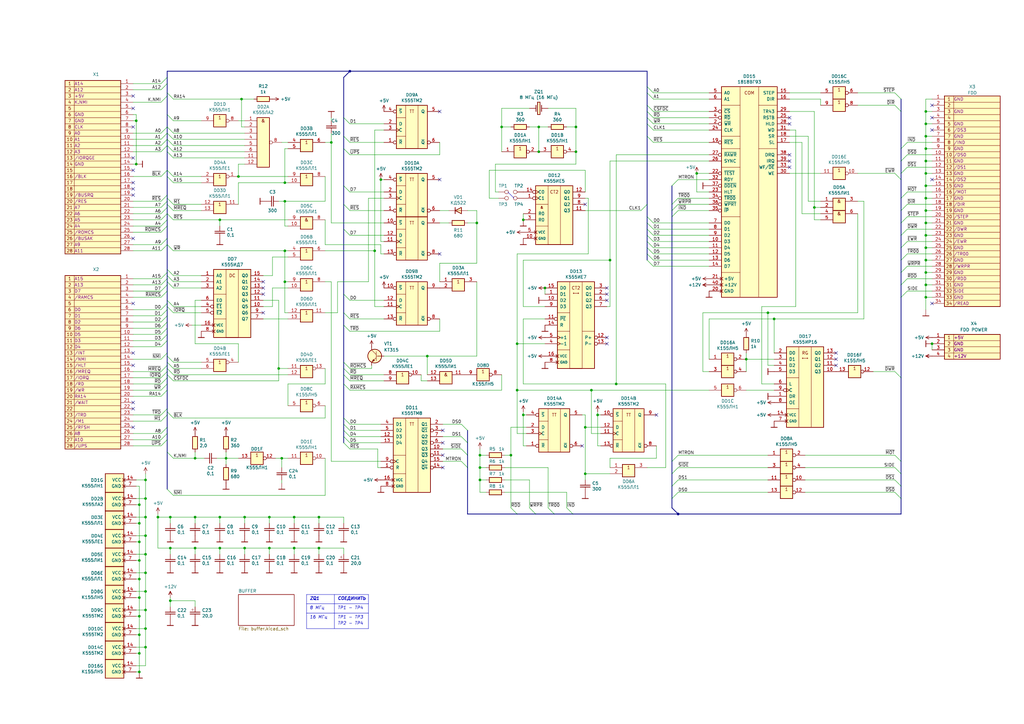
<source format=kicad_sch>
(kicad_sch (version 20230121) (generator eeschema)
  (paper "A3")
  (title_block (title "Контроллер\\n дисковода (EMU)") (date "2020-01-14") (company "Кворум") (comment 1 "Контроллер\\n дисковода (EMU)") (comment 2 "К. Каримов"))
  (junction (at 130.81 224.79))
  (junction (at 115.57 187.96))
  (junction (at 97.79 72.39))
  (junction (at 379.73 96.52))
  (junction (at 285.75 71.12))
  (junction (at 59.69 234.95))
  (junction (at 57.15 222.25))
  (junction (at 379.73 50.8))
  (junction (at 156.21 73.66))
  (junction (at 116.84 82.55))
  (junction (at 379.73 111.76))
  (junction (at 92.71 187.96))
  (junction (at 334.01 85.09))
  (junction (at 379.73 76.2))
  (junction (at 220.98 52.07))
  (junction (at 236.22 52.07))
  (junction (at 57.15 207.01))
  (junction (at 196.85 196.85))
  (junction (at 57.15 252.73))
  (junction (at 57.15 267.97))
  (junction (at 205.74 52.07))
  (junction (at 116.84 74.93))
  (junction (at 245.11 170.18))
  (junction (at 59.69 250.19))
  (junction (at 69.85 212.09))
  (junction (at 250.19 106.68))
  (junction (at 80.01 187.96))
  (junction (at 240.03 194.31))
  (junction (at 379.73 86.36))
  (junction (at 110.49 212.09))
  (junction (at 116.84 115.57))
  (junction (at 379.73 55.88))
  (junction (at 379.73 106.68))
  (junction (at 379.73 116.84))
  (junction (at 57.15 245.11))
  (junction (at 64.77 212.09))
  (junction (at 69.85 246.38))
  (junction (at 317.5 130.81))
  (junction (at 116.84 102.87))
  (junction (at 379.73 71.12))
  (junction (at 59.69 227.33))
  (junction (at 100.33 212.09))
  (junction (at 59.69 219.71))
  (junction (at 55.88 49.53))
  (junction (at 212.09 140.97))
  (junction (at 69.85 224.79))
  (junction (at 379.73 91.44))
  (junction (at 379.73 121.92))
  (junction (at 59.69 204.47))
  (junction (at 99.06 40.64))
  (junction (at 143.51 29.21))
  (junction (at 59.69 257.81))
  (junction (at 214.63 170.18))
  (junction (at 57.15 237.49))
  (junction (at 209.55 186.69))
  (junction (at 59.69 242.57))
  (junction (at 382.27 140.97))
  (junction (at 220.98 62.23))
  (junction (at 236.22 62.23))
  (junction (at 242.57 160.02))
  (junction (at 57.15 260.35))
  (junction (at 59.69 196.85))
  (junction (at 100.33 224.79))
  (junction (at 59.69 212.09))
  (junction (at 90.17 224.79))
  (junction (at 57.15 275.59))
  (junction (at 114.3 151.13))
  (junction (at 120.65 224.79))
  (junction (at 379.73 66.04))
  (junction (at 110.49 224.79))
  (junction (at 379.73 81.28))
  (junction (at 153.67 102.87))
  (junction (at 130.81 212.09))
  (junction (at 379.73 45.72))
  (junction (at 90.17 90.17))
  (junction (at 55.88 67.31))
  (junction (at 196.85 191.77))
  (junction (at 80.01 212.09))
  (junction (at 252.73 157.48))
  (junction (at 195.58 91.44))
  (junction (at 175.26 146.05))
  (junction (at 214.63 90.17))
  (junction (at 314.96 128.27))
  (junction (at 120.65 212.09))
  (junction (at 196.85 186.69))
  (junction (at 90.17 212.09))
  (junction (at 306.07 147.32))
  (junction (at 379.73 60.96))
  (junction (at 57.15 214.63))
  (junction (at 135.89 58.42))
  (junction (at 278.13 210.82))
  (junction (at 240.03 175.26))
  (junction (at 223.52 118.11))
  (junction (at 80.01 224.79))
  (junction (at 57.15 229.87))
  (junction (at 212.09 160.02))
  (junction (at 59.69 265.43))
  (junction (at 379.73 101.6))
  (no_connect (at 54.61 74.93))
  (no_connect (at 323.85 48.26))
  (no_connect (at 54.61 44.45))
  (no_connect (at 238.76 182.88))
  (no_connect (at 54.61 52.07))
  (no_connect (at 54.61 167.64))
  (no_connect (at 54.61 97.79))
  (no_connect (at 240.03 83.82))
  (no_connect (at 181.61 191.77))
  (no_connect (at 269.24 170.18))
  (no_connect (at 54.61 124.46))
  (no_connect (at 54.61 165.1))
  (no_connect (at 342.9 147.32))
  (no_connect (at 248.92 123.19))
  (no_connect (at 180.34 45.72))
  (no_connect (at 54.61 64.77))
  (no_connect (at 248.92 140.97))
  (no_connect (at 323.85 66.04))
  (no_connect (at 382.27 43.18))
  (no_connect (at 54.61 80.01))
  (no_connect (at 107.95 120.65))
  (no_connect (at 248.92 120.65))
  (no_connect (at 181.61 176.53))
  (no_connect (at 54.61 39.37))
  (no_connect (at 323.85 63.5))
  (no_connect (at 382.27 73.66))
  (no_connect (at 107.95 118.11))
  (no_connect (at 382.27 48.26))
  (no_connect (at 54.61 149.86))
  (no_connect (at 107.95 115.57))
  (no_connect (at 181.61 186.69))
  (no_connect (at 248.92 138.43))
  (no_connect (at 342.9 144.78))
  (no_connect (at 323.85 68.58))
  (no_connect (at 382.27 124.46))
  (no_connect (at 107.95 128.27))
  (no_connect (at 54.61 144.78))
  (no_connect (at 180.34 73.66))
  (no_connect (at 323.85 50.8))
  (no_connect (at 382.27 53.34))
  (no_connect (at 54.61 77.47))
  (no_connect (at 181.61 181.61))
  (no_connect (at 54.61 175.26))
  (no_connect (at 342.9 149.86))
  (no_connect (at 248.92 118.11))
  (no_connect (at 180.34 104.14))
  (no_connect (at 54.61 69.85))
  (bus_entry (at 189.23 189.23) (size 2.54 2.54))
  (bus_entry (at 372.11 99.06) (size -2.54 2.54))
  (bus_entry (at 68.58 132.08) (size -2.54 2.54))
  (bus_entry (at 265.43 55.88) (size 2.54 2.54))
  (bus_entry (at 367.03 191.77) (size 2.54 2.54))
  (bus_entry (at 265.43 93.98) (size 2.54 2.54))
  (bus_entry (at 265.43 48.26) (size 2.54 2.54))
  (bus_entry (at 68.58 200.66) (size 2.54 2.54))
  (bus_entry (at 68.58 160.02) (size -2.54 2.54))
  (bus_entry (at 372.11 114.3) (size -2.54 2.54))
  (bus_entry (at 68.58 185.42) (size 2.54 2.54))
  (bus_entry (at 372.11 68.58) (size -2.54 2.54))
  (bus_entry (at 68.58 100.33) (size -2.54 2.54))
  (bus_entry (at 278.13 191.77) (size -2.54 2.54))
  (bus_entry (at 140.97 48.26) (size 2.54 2.54))
  (bus_entry (at 140.97 120.65) (size 2.54 2.54))
  (bus_entry (at 265.43 101.6) (size 2.54 2.54))
  (bus_entry (at 68.58 111.76) (size -2.54 2.54))
  (bus_entry (at 265.43 88.9) (size 2.54 2.54))
  (bus_entry (at 68.58 157.48) (size -2.54 2.54))
  (bus_entry (at 68.58 119.38) (size -2.54 2.54))
  (bus_entry (at 68.58 59.69) (size 2.54 2.54))
  (bus_entry (at 265.43 99.06) (size 2.54 2.54))
  (bus_entry (at 367.03 196.85) (size 2.54 2.54))
  (bus_entry (at 68.58 69.85) (size 2.54 2.54))
  (bus_entry (at 68.58 127) (size -2.54 2.54))
  (bus_entry (at 140.97 60.96) (size 2.54 2.54))
  (bus_entry (at 68.58 177.8) (size -2.54 2.54))
  (bus_entry (at 68.58 167.64) (size -2.54 2.54))
  (bus_entry (at 68.58 168.91) (size 2.54 2.54))
  (bus_entry (at 265.43 50.8) (size 2.54 2.54))
  (bus_entry (at 68.58 72.39) (size 2.54 2.54))
  (bus_entry (at 140.97 157.48) (size 2.54 2.54))
  (bus_entry (at 372.11 88.9) (size -2.54 2.54))
  (bus_entry (at 68.58 62.23) (size 2.54 2.54))
  (bus_entry (at 140.97 173.99) (size 2.54 2.54))
  (bus_entry (at 265.43 45.72) (size 2.54 2.54))
  (bus_entry (at 68.58 115.57) (size 2.54 2.54))
  (bus_entry (at 372.11 93.98) (size -2.54 2.54))
  (bus_entry (at 189.23 179.07) (size 2.54 2.54))
  (bus_entry (at 68.58 59.69) (size -2.54 2.54))
  (bus_entry (at 140.97 76.2) (size 2.54 2.54))
  (bus_entry (at 372.11 58.42) (size -2.54 2.54))
  (bus_entry (at 68.58 124.46) (size -2.54 2.54))
  (bus_entry (at 278.13 201.93) (size -2.54 2.54))
  (bus_entry (at 68.58 52.07) (size 2.54 2.54))
  (bus_entry (at 68.58 46.99) (size 2.54 2.54))
  (bus_entry (at 372.11 119.38) (size -2.54 2.54))
  (bus_entry (at 140.97 93.98) (size 2.54 2.54))
  (bus_entry (at 372.11 83.82) (size -2.54 2.54))
  (bus_entry (at 68.58 39.37) (size -2.54 2.54))
  (bus_entry (at 68.58 34.29) (size -2.54 2.54))
  (bus_entry (at 68.58 81.28) (size 2.54 2.54))
  (bus_entry (at 367.03 186.69) (size 2.54 2.54))
  (bus_entry (at 140.97 179.07) (size 2.54 2.54))
  (bus_entry (at 278.13 86.36) (size -2.54 2.54))
  (bus_entry (at 367.03 201.93) (size 2.54 2.54))
  (bus_entry (at 367.03 43.18) (size 2.54 2.54))
  (bus_entry (at 68.58 151.13) (size 2.54 2.54))
  (bus_entry (at 68.58 170.18) (size -2.54 2.54))
  (bus_entry (at 265.43 43.18) (size 2.54 2.54))
  (bus_entry (at 367.03 152.4) (size 2.54 2.54))
  (bus_entry (at 140.97 171.45) (size 2.54 2.54))
  (bus_entry (at 140.97 176.53) (size 2.54 2.54))
  (bus_entry (at 189.23 173.99) (size 2.54 2.54))
  (bus_entry (at 189.23 184.15) (size 2.54 2.54))
  (bus_entry (at 68.58 110.49) (size 2.54 2.54))
  (bus_entry (at 68.58 175.26) (size -2.54 2.54))
  (bus_entry (at 68.58 100.33) (size 2.54 2.54))
  (bus_entry (at 68.58 114.3) (size -2.54 2.54))
  (bus_entry (at 68.58 69.85) (size -2.54 2.54))
  (bus_entry (at 265.43 38.1) (size 2.54 2.54))
  (bus_entry (at 232.41 208.28) (size 2.54 2.54))
  (bus_entry (at 68.58 83.82) (size 2.54 2.54))
  (bus_entry (at 367.03 71.12) (size 2.54 2.54))
  (bus_entry (at 278.13 81.28) (size -2.54 2.54))
  (bus_entry (at 68.58 129.54) (size -2.54 2.54))
  (bus_entry (at 140.97 55.88) (size 2.54 2.54))
  (bus_entry (at 68.58 57.15) (size -2.54 2.54))
  (bus_entry (at 68.58 31.75) (size -2.54 2.54))
  (bus_entry (at 68.58 97.79) (size -2.54 2.54))
  (bus_entry (at 224.79 208.28) (size 2.54 2.54))
  (bus_entry (at 68.58 148.59) (size 2.54 2.54))
  (bus_entry (at 68.58 144.78) (size -2.54 2.54))
  (bus_entry (at 68.58 90.17) (size -2.54 2.54))
  (bus_entry (at 68.58 92.71) (size -2.54 2.54))
  (bus_entry (at 68.58 87.63) (size -2.54 2.54))
  (bus_entry (at 68.58 85.09) (size -2.54 2.54))
  (bus_entry (at 68.58 54.61) (size -2.54 2.54))
  (bus_entry (at 68.58 57.15) (size 2.54 2.54))
  (bus_entry (at 372.11 104.14) (size -2.54 2.54))
  (bus_entry (at 209.55 208.28) (size 2.54 2.54))
  (bus_entry (at 265.43 106.68) (size 2.54 2.54))
  (bus_entry (at 217.17 208.28) (size 2.54 2.54))
  (bus_entry (at 140.97 83.82) (size 2.54 2.54))
  (bus_entry (at 278.13 83.82) (size -2.54 2.54))
  (bus_entry (at 140.97 151.13) (size 2.54 2.54))
  (bus_entry (at 278.13 73.66) (size -2.54 2.54))
  (bus_entry (at 68.58 180.34) (size -2.54 2.54))
  (bus_entry (at 68.58 149.86) (size -2.54 2.54))
  (bus_entry (at 68.58 154.94) (size -2.54 2.54))
  (bus_entry (at 372.11 78.74) (size -2.54 2.54))
  (bus_entry (at 367.03 38.1) (size 2.54 2.54))
  (bus_entry (at 140.97 148.59) (size 2.54 2.54))
  (bus_entry (at 68.58 52.07) (size -2.54 2.54))
  (bus_entry (at 140.97 128.27) (size 2.54 2.54))
  (bus_entry (at 68.58 137.16) (size -2.54 2.54))
  (bus_entry (at 68.58 125.73) (size 2.54 2.54))
  (bus_entry (at 68.58 87.63) (size 2.54 2.54))
  (bus_entry (at 68.58 116.84) (size -2.54 2.54))
  (bus_entry (at 265.43 96.52) (size 2.54 2.54))
  (bus_entry (at 68.58 54.61) (size 2.54 2.54))
  (bus_entry (at 68.58 139.7) (size -2.54 2.54))
  (bus_entry (at 68.58 113.03) (size 2.54 2.54))
  (bus_entry (at 372.11 63.5) (size -2.54 2.54))
  (bus_entry (at 265.43 91.44) (size 2.54 2.54))
  (bus_entry (at 68.58 80.01) (size -2.54 2.54))
  (bus_entry (at 68.58 146.05) (size 2.54 2.54))
  (bus_entry (at 68.58 134.62) (size -2.54 2.54))
  (bus_entry (at 68.58 153.67) (size 2.54 2.54))
  (bus_entry (at 265.43 104.14) (size 2.54 2.54))
  (bus_entry (at 278.13 196.85) (size -2.54 2.54))
  (bus_entry (at 140.97 133.35) (size 2.54 2.54))
  (bus_entry (at 265.43 35.56) (size 2.54 2.54))
  (bus_entry (at 372.11 109.22) (size -2.54 2.54))
  (bus_entry (at 278.13 186.69) (size -2.54 2.54))
  (bus_entry (at 68.58 82.55) (size -2.54 2.54))
  (bus_entry (at 68.58 38.1) (size 2.54 2.54))
  (bus_entry (at 140.97 153.67) (size 2.54 2.54))
  (bus_entry (at 265.43 83.82) (size -2.54 2.54))
  (bus_entry (at 140.97 181.61) (size 2.54 2.54))
  (bus_entry (at 68.58 152.4) (size -2.54 2.54))
  (bus_entry (at 68.58 123.19) (size 2.54 2.54))
  (wire (pts (xy 57.15 252.73) (xy 57.15 260.35)))
  (wire (pts (xy 236.22 67.31) (xy 203.2 67.31)))
  (wire (pts (xy 115.57 191.77) (xy 115.57 187.96)))
  (wire (pts (xy 69.85 227.33) (xy 69.85 224.79)))
  (wire (pts (xy 232.41 201.93) (xy 232.41 208.28)))
  (wire (pts (xy 66.04 54.61) (xy 54.61 54.61)))
  (bus (pts (xy 191.77 176.53) (xy 191.77 181.61)))
  (bus (pts (xy 68.58 146.05) (xy 68.58 148.59)))
  (bus (pts (xy 212.09 210.82) (xy 219.71 210.82)))
  (wire (pts (xy 116.84 60.96) (xy 118.11 60.96)))
  (wire (pts (xy 267.97 96.52) (xy 290.83 96.52)))
  (wire (pts (xy 382.27 68.58) (xy 372.11 68.58)))
  (bus (pts (xy 68.58 114.3) (xy 68.58 115.57)))
  (wire (pts (xy 379.73 116.84) (xy 379.73 121.92)))
  (wire (pts (xy 111.76 105.41) (xy 118.11 105.41)))
  (polyline (pts (xy 125.73 247.65) (xy 151.13 247.65)))
  (wire (pts (xy 153.67 125.73) (xy 157.48 125.73)))
  (wire (pts (xy 252.73 157.48) (xy 214.63 157.48)))
  (wire (pts (xy 54.61 46.99) (xy 55.88 46.99)))
  (wire (pts (xy 212.09 160.02) (xy 212.09 177.8)))
  (wire (pts (xy 250.19 106.68) (xy 250.19 125.73)))
  (wire (pts (xy 382.27 114.3) (xy 372.11 114.3)))
  (wire (pts (xy 59.69 234.95) (xy 55.88 234.95)))
  (wire (pts (xy 71.12 59.69) (xy 100.33 59.69)))
  (wire (pts (xy 351.79 71.12) (xy 367.03 71.12)))
  (wire (pts (xy 223.52 125.73) (xy 214.63 125.73)))
  (wire (pts (xy 153.67 53.34) (xy 153.67 102.87)))
  (polyline (pts (xy 125.73 251.46) (xy 151.13 251.46)))
  (wire (pts (xy 59.69 194.31) (xy 59.69 196.85)))
  (bus (pts (xy 68.58 177.8) (xy 68.58 180.34)))
  (bus (pts (xy 369.57 66.04) (xy 369.57 71.12)))
  (wire (pts (xy 199.39 191.77) (xy 196.85 191.77)))
  (wire (pts (xy 107.95 113.03) (xy 111.76 113.03)))
  (wire (pts (xy 57.15 267.97) (xy 55.88 267.97)))
  (bus (pts (xy 68.58 34.29) (xy 68.58 38.1)))
  (wire (pts (xy 156.21 191.77) (xy 154.94 191.77)))
  (wire (pts (xy 379.73 45.72) (xy 382.27 45.72)))
  (wire (pts (xy 379.73 111.76) (xy 382.27 111.76)))
  (wire (pts (xy 59.69 196.85) (xy 55.88 196.85)))
  (wire (pts (xy 250.19 106.68) (xy 250.19 66.04)))
  (wire (pts (xy 57.15 222.25) (xy 55.88 222.25)))
  (bus (pts (xy 369.57 116.84) (xy 369.57 121.92)))
  (wire (pts (xy 354.33 82.55) (xy 354.33 130.81)))
  (wire (pts (xy 379.73 96.52) (xy 379.73 101.6)))
  (wire (pts (xy 267.97 101.6) (xy 290.83 101.6)))
  (wire (pts (xy 285.75 71.12) (xy 290.83 71.12)))
  (wire (pts (xy 115.57 187.96) (xy 118.11 187.96)))
  (polyline (pts (xy 125.73 243.84) (xy 125.73 257.81)))
  (wire (pts (xy 138.43 128.27) (xy 138.43 115.57)))
  (wire (pts (xy 143.51 130.81) (xy 157.48 130.81)))
  (wire (pts (xy 317.5 130.81) (xy 290.83 130.81)))
  (wire (pts (xy 100.33 214.63) (xy 100.33 212.09)))
  (bus (pts (xy 68.58 46.99) (xy 68.58 52.07)))
  (wire (pts (xy 195.58 86.36) (xy 195.58 91.44)))
  (wire (pts (xy 66.04 134.62) (xy 54.61 134.62)))
  (wire (pts (xy 71.12 118.11) (xy 82.55 118.11)))
  (bus (pts (xy 369.57 40.64) (xy 369.57 45.72)))
  (wire (pts (xy 217.17 196.85) (xy 207.01 196.85)))
  (bus (pts (xy 140.97 176.53) (xy 140.97 179.07)))
  (wire (pts (xy 288.29 152.4) (xy 288.29 128.27)))
  (bus (pts (xy 140.97 151.13) (xy 140.97 153.67)))
  (bus (pts (xy 68.58 154.94) (xy 68.58 157.48)))
  (wire (pts (xy 214.63 182.88) (xy 215.9 182.88)))
  (wire (pts (xy 57.15 260.35) (xy 57.15 267.97)))
  (wire (pts (xy 111.76 125.73) (xy 111.76 118.11)))
  (wire (pts (xy 267.97 106.68) (xy 290.83 106.68)))
  (wire (pts (xy 151.13 115.57) (xy 151.13 81.28)))
  (wire (pts (xy 130.81 214.63) (xy 130.81 212.09)))
  (wire (pts (xy 71.12 151.13) (xy 82.55 151.13)))
  (bus (pts (xy 68.58 81.28) (xy 68.58 82.55)))
  (wire (pts (xy 354.33 130.81) (xy 317.5 130.81)))
  (wire (pts (xy 120.65 227.33) (xy 120.65 224.79)))
  (wire (pts (xy 111.76 113.03) (xy 111.76 105.41)))
  (wire (pts (xy 220.98 52.07) (xy 224.79 52.07)))
  (wire (pts (xy 180.34 91.44) (xy 184.15 91.44)))
  (wire (pts (xy 367.03 191.77) (xy 330.2 191.77)))
  (wire (pts (xy 379.73 127) (xy 379.73 121.92)))
  (bus (pts (xy 68.58 160.02) (xy 68.58 167.64)))
  (bus (pts (xy 68.58 80.01) (xy 68.58 81.28)))
  (bus (pts (xy 265.43 93.98) (xy 265.43 96.52)))
  (wire (pts (xy 130.81 224.79) (xy 140.97 224.79)))
  (wire (pts (xy 66.04 72.39) (xy 54.61 72.39)))
  (wire (pts (xy 90.17 92.71) (xy 90.17 90.17)))
  (wire (pts (xy 323.85 71.12) (xy 336.55 71.12)))
  (bus (pts (xy 140.97 48.26) (xy 140.97 55.88)))
  (wire (pts (xy 57.15 252.73) (xy 55.88 252.73)))
  (bus (pts (xy 140.97 133.35) (xy 140.97 148.59)))
  (wire (pts (xy 245.11 168.91) (xy 245.11 170.18)))
  (wire (pts (xy 55.88 49.53) (xy 54.61 49.53)))
  (wire (pts (xy 379.73 106.68) (xy 382.27 106.68)))
  (wire (pts (xy 382.27 140.97) (xy 382.27 143.51)))
  (wire (pts (xy 116.84 74.93) (xy 118.11 74.93)))
  (wire (pts (xy 90.17 90.17) (xy 118.11 90.17)))
  (wire (pts (xy 250.19 125.73) (xy 248.92 125.73)))
  (wire (pts (xy 278.13 186.69) (xy 314.96 186.69)))
  (wire (pts (xy 367.03 196.85) (xy 330.2 196.85)))
  (wire (pts (xy 135.89 54.61) (xy 135.89 58.42)))
  (wire (pts (xy 214.63 87.63) (xy 214.63 90.17)))
  (wire (pts (xy 69.85 224.79) (xy 80.01 224.79)))
  (wire (pts (xy 135.89 58.42) (xy 135.89 91.44)))
  (bus (pts (xy 219.71 210.82) (xy 227.33 210.82)))
  (wire (pts (xy 66.04 95.25) (xy 54.61 95.25)))
  (wire (pts (xy 130.81 227.33) (xy 130.81 224.79)))
  (wire (pts (xy 382.27 99.06) (xy 372.11 99.06)))
  (wire (pts (xy 317.5 144.78) (xy 317.5 130.81)))
  (wire (pts (xy 172.72 156.21) (xy 172.72 153.67)))
  (wire (pts (xy 66.04 59.69) (xy 54.61 59.69)))
  (wire (pts (xy 133.35 102.87) (xy 153.67 102.87)))
  (wire (pts (xy 379.73 91.44) (xy 379.73 96.52)))
  (wire (pts (xy 220.98 52.07) (xy 220.98 62.23)))
  (bus (pts (xy 68.58 115.57) (xy 68.58 116.84)))
  (wire (pts (xy 57.15 237.49) (xy 57.15 245.11)))
  (wire (pts (xy 143.51 173.99) (xy 156.21 173.99)))
  (bus (pts (xy 275.59 199.39) (xy 275.59 204.47)))
  (wire (pts (xy 135.89 115.57) (xy 135.89 189.23)))
  (wire (pts (xy 358.14 152.4) (xy 367.03 152.4)))
  (wire (pts (xy 267.97 50.8) (xy 290.83 50.8)))
  (bus (pts (xy 68.58 69.85) (xy 68.58 72.39)))
  (wire (pts (xy 328.93 58.42) (xy 328.93 87.63)))
  (wire (pts (xy 71.12 54.61) (xy 100.33 54.61)))
  (wire (pts (xy 290.83 63.5) (xy 252.73 63.5)))
  (wire (pts (xy 97.79 67.31) (xy 100.33 67.31)))
  (wire (pts (xy 382.27 101.6) (xy 379.73 101.6)))
  (wire (pts (xy 59.69 242.57) (xy 55.88 242.57)))
  (wire (pts (xy 116.84 92.71) (xy 116.84 82.55)))
  (bus (pts (xy 68.58 167.64) (xy 68.58 168.91)))
  (wire (pts (xy 97.79 74.93) (xy 116.84 74.93)))
  (wire (pts (xy 175.26 146.05) (xy 195.58 146.05)))
  (bus (pts (xy 68.58 62.23) (xy 68.58 69.85)))
  (wire (pts (xy 200.66 69.85) (xy 200.66 81.28)))
  (wire (pts (xy 241.3 81.28) (xy 240.03 81.28)))
  (bus (pts (xy 369.57 154.94) (xy 369.57 189.23)))
  (wire (pts (xy 71.12 128.27) (xy 82.55 128.27)))
  (wire (pts (xy 66.04 114.3) (xy 54.61 114.3)))
  (wire (pts (xy 323.85 53.34) (xy 326.39 53.34)))
  (wire (pts (xy 154.94 191.77) (xy 154.94 184.15)))
  (wire (pts (xy 278.13 86.36) (xy 290.83 86.36)))
  (wire (pts (xy 116.84 92.71) (xy 118.11 92.71)))
  (wire (pts (xy 267.97 91.44) (xy 290.83 91.44)))
  (wire (pts (xy 379.73 60.96) (xy 382.27 60.96)))
  (bus (pts (xy 265.43 48.26) (xy 265.43 50.8)))
  (wire (pts (xy 180.34 135.89) (xy 143.51 135.89)))
  (wire (pts (xy 278.13 81.28) (xy 290.83 81.28)))
  (wire (pts (xy 306.07 144.78) (xy 306.07 147.32)))
  (bus (pts (xy 68.58 175.26) (xy 68.58 177.8)))
  (wire (pts (xy 240.03 69.85) (xy 200.66 69.85)))
  (bus (pts (xy 68.58 134.62) (xy 68.58 137.16)))
  (wire (pts (xy 66.04 90.17) (xy 54.61 90.17)))
  (bus (pts (xy 68.58 113.03) (xy 68.58 114.3)))
  (wire (pts (xy 55.88 46.99) (xy 55.88 49.53)))
  (bus (pts (xy 68.58 39.37) (xy 68.58 46.99)))
  (wire (pts (xy 323.85 40.64) (xy 336.55 40.64)))
  (bus (pts (xy 140.97 76.2) (xy 140.97 83.82)))
  (wire (pts (xy 114.3 82.55) (xy 116.84 82.55)))
  (wire (pts (xy 379.73 40.64) (xy 379.73 45.72)))
  (wire (pts (xy 66.04 177.8) (xy 54.61 177.8)))
  (wire (pts (xy 80.01 248.92) (xy 80.01 246.38)))
  (wire (pts (xy 379.73 116.84) (xy 382.27 116.84)))
  (wire (pts (xy 232.41 52.07) (xy 236.22 52.07)))
  (bus (pts (xy 191.77 186.69) (xy 191.77 191.77)))
  (wire (pts (xy 245.11 182.88) (xy 246.38 182.88)))
  (bus (pts (xy 68.58 97.79) (xy 68.58 100.33)))
  (wire (pts (xy 118.11 166.37) (xy 118.11 157.48)))
  (wire (pts (xy 99.06 52.07) (xy 99.06 40.64)))
  (wire (pts (xy 267.97 38.1) (xy 290.83 38.1)))
  (wire (pts (xy 351.79 43.18) (xy 367.03 43.18)))
  (bus (pts (xy 68.58 100.33) (xy 68.58 110.49)))
  (wire (pts (xy 236.22 52.07) (xy 236.22 62.23)))
  (wire (pts (xy 57.15 275.59) (xy 55.88 275.59)))
  (wire (pts (xy 224.79 44.45) (xy 236.22 44.45)))
  (bus (pts (xy 68.58 148.59) (xy 68.58 149.86)))
  (wire (pts (xy 135.89 48.26) (xy 135.89 49.53)))
  (wire (pts (xy 379.73 71.12) (xy 379.73 76.2)))
  (wire (pts (xy 209.55 186.69) (xy 209.55 175.26)))
  (wire (pts (xy 382.27 109.22) (xy 372.11 109.22)))
  (wire (pts (xy 59.69 212.09) (xy 55.88 212.09)))
  (wire (pts (xy 250.19 194.31) (xy 240.03 194.31)))
  (wire (pts (xy 66.04 129.54) (xy 54.61 129.54)))
  (wire (pts (xy 66.04 62.23) (xy 54.61 62.23)))
  (bus (pts (xy 275.59 194.31) (xy 275.59 199.39)))
  (wire (pts (xy 133.35 203.2) (xy 71.12 203.2)))
  (wire (pts (xy 116.84 115.57) (xy 116.84 128.27)))
  (wire (pts (xy 64.77 210.82) (xy 64.77 212.09)))
  (wire (pts (xy 71.12 72.39) (xy 82.55 72.39)))
  (bus (pts (xy 369.57 199.39) (xy 369.57 204.47)))
  (wire (pts (xy 66.04 154.94) (xy 54.61 154.94)))
  (wire (pts (xy 379.73 76.2) (xy 382.27 76.2)))
  (wire (pts (xy 133.35 82.55) (xy 133.35 72.39)))
  (wire (pts (xy 59.69 250.19) (xy 55.88 250.19)))
  (wire (pts (xy 143.51 179.07) (xy 156.21 179.07)))
  (bus (pts (xy 275.59 204.47) (xy 275.59 208.28)))
  (polyline (pts (xy 151.13 243.84) (xy 125.73 243.84)))
  (wire (pts (xy 66.04 82.55) (xy 54.61 82.55)))
  (wire (pts (xy 66.04 137.16) (xy 54.61 137.16)))
  (wire (pts (xy 107.95 125.73) (xy 111.76 125.73)))
  (wire (pts (xy 153.67 102.87) (xy 153.67 125.73)))
  (wire (pts (xy 195.58 107.95) (xy 195.58 91.44)))
  (bus (pts (xy 265.43 35.56) (xy 265.43 38.1)))
  (wire (pts (xy 71.12 148.59) (xy 82.55 148.59)))
  (wire (pts (xy 191.77 86.36) (xy 195.58 86.36)))
  (wire (pts (xy 80.01 214.63) (xy 80.01 212.09)))
  (wire (pts (xy 180.34 58.42) (xy 180.34 63.5)))
  (wire (pts (xy 59.69 242.57) (xy 59.69 250.19)))
  (wire (pts (xy 133.35 58.42) (xy 135.89 58.42)))
  (wire (pts (xy 66.04 116.84) (xy 54.61 116.84)))
  (wire (pts (xy 100.33 224.79) (xy 110.49 224.79)))
  (wire (pts (xy 278.13 201.93) (xy 314.96 201.93)))
  (wire (pts (xy 267.97 48.26) (xy 290.83 48.26)))
  (bus (pts (xy 68.58 59.69) (xy 68.58 62.23)))
  (wire (pts (xy 323.85 58.42) (xy 328.93 58.42)))
  (wire (pts (xy 156.21 104.14) (xy 157.48 104.14)))
  (wire (pts (xy 240.03 170.18) (xy 238.76 170.18)))
  (wire (pts (xy 69.85 214.63) (xy 69.85 212.09)))
  (wire (pts (xy 59.69 219.71) (xy 59.69 227.33)))
  (wire (pts (xy 379.73 66.04) (xy 382.27 66.04)))
  (wire (pts (xy 334.01 85.09) (xy 336.55 85.09)))
  (wire (pts (xy 245.11 170.18) (xy 245.11 182.88)))
  (wire (pts (xy 269.24 187.96) (xy 269.24 182.88)))
  (wire (pts (xy 116.84 128.27) (xy 118.11 128.27)))
  (wire (pts (xy 246.38 175.26) (xy 240.03 175.26)))
  (wire (pts (xy 196.85 191.77) (xy 196.85 186.69)))
  (wire (pts (xy 57.15 245.11) (xy 55.88 245.11)))
  (wire (pts (xy 200.66 81.28) (xy 204.47 81.28)))
  (wire (pts (xy 64.77 212.09) (xy 64.77 224.79)))
  (wire (pts (xy 379.73 45.72) (xy 379.73 50.8)))
  (wire (pts (xy 143.51 58.42) (xy 157.48 58.42)))
  (wire (pts (xy 71.12 115.57) (xy 82.55 115.57)))
  (wire (pts (xy 66.04 180.34) (xy 54.61 180.34)))
  (wire (pts (xy 205.74 160.02) (xy 205.74 153.67)))
  (wire (pts (xy 118.11 157.48) (xy 133.35 157.48)))
  (bus (pts (xy 68.58 152.4) (xy 68.58 153.67)))
  (bus (pts (xy 68.58 111.76) (xy 68.58 113.03)))
  (wire (pts (xy 57.15 237.49) (xy 55.88 237.49)))
  (wire (pts (xy 110.49 227.33) (xy 110.49 224.79)))
  (wire (pts (xy 66.04 121.92) (xy 54.61 121.92)))
  (wire (pts (xy 209.55 175.26) (xy 215.9 175.26)))
  (wire (pts (xy 214.63 125.73) (xy 214.63 106.68)))
  (bus (pts (xy 265.43 91.44) (xy 265.43 93.98)))
  (wire (pts (xy 97.79 49.53) (xy 100.33 49.53)))
  (wire (pts (xy 314.96 149.86) (xy 314.96 128.27)))
  (wire (pts (xy 135.89 91.44) (xy 157.48 91.44)))
  (wire (pts (xy 80.01 224.79) (xy 90.17 224.79)))
  (wire (pts (xy 382.27 78.74) (xy 372.11 78.74)))
  (bus (pts (xy 68.58 92.71) (xy 68.58 97.79)))
  (wire (pts (xy 143.51 176.53) (xy 156.21 176.53)))
  (wire (pts (xy 379.73 91.44) (xy 382.27 91.44)))
  (wire (pts (xy 110.49 214.63) (xy 110.49 212.09)))
  (wire (pts (xy 273.05 157.48) (xy 252.73 157.48)))
  (wire (pts (xy 130.81 212.09) (xy 140.97 212.09)))
  (wire (pts (xy 80.01 227.33) (xy 80.01 224.79)))
  (bus (pts (xy 68.58 137.16) (xy 68.58 139.7)))
  (wire (pts (xy 135.89 189.23) (xy 156.21 189.23)))
  (wire (pts (xy 115.57 198.12) (xy 115.57 196.85)))
  (wire (pts (xy 312.42 125.73) (xy 326.39 125.73)))
  (wire (pts (xy 240.03 86.36) (xy 262.89 86.36)))
  (wire (pts (xy 265.43 191.77) (xy 273.05 191.77)))
  (polyline (pts (xy 208.28 78.74) (xy 210.82 81.28)))
  (wire (pts (xy 71.12 64.77) (xy 100.33 64.77)))
  (wire (pts (xy 80.01 185.42) (xy 80.01 187.96)))
  (wire (pts (xy 379.73 76.2) (xy 379.73 81.28)))
  (wire (pts (xy 217.17 196.85) (xy 217.17 208.28)))
  (bus (pts (xy 68.58 123.19) (xy 68.58 124.46)))
  (bus (pts (xy 265.43 101.6) (xy 265.43 104.14)))
  (wire (pts (xy 133.35 187.96) (xy 133.35 203.2)))
  (wire (pts (xy 351.79 38.1) (xy 367.03 38.1)))
  (wire (pts (xy 92.71 187.96) (xy 92.71 185.42)))
  (wire (pts (xy 207.01 191.77) (xy 224.79 191.77)))
  (wire (pts (xy 66.04 182.88) (xy 54.61 182.88)))
  (bus (pts (xy 68.58 82.55) (xy 68.58 83.82)))
  (wire (pts (xy 97.79 83.82) (xy 97.79 74.93)))
  (wire (pts (xy 107.95 130.81) (xy 118.11 130.81)))
  (wire (pts (xy 59.69 265.43) (xy 59.69 273.05)))
  (wire (pts (xy 199.39 196.85) (xy 196.85 196.85)))
  (wire (pts (xy 207.01 186.69) (xy 209.55 186.69)))
  (wire (pts (xy 57.15 260.35) (xy 55.88 260.35)))
  (wire (pts (xy 250.19 66.04) (xy 290.83 66.04)))
  (wire (pts (xy 80.01 123.19) (xy 80.01 140.97)))
  (bus (pts (xy 143.51 29.21) (xy 140.97 31.75)))
  (bus (pts (xy 140.97 83.82) (xy 140.97 93.98)))
  (wire (pts (xy 214.63 106.68) (xy 250.19 106.68)))
  (bus (pts (xy 275.59 83.82) (xy 275.59 86.36)))
  (polyline (pts (xy 151.13 257.81) (xy 151.13 243.84)))
  (wire (pts (xy 175.26 156.21) (xy 172.72 156.21)))
  (wire (pts (xy 90.17 214.63) (xy 90.17 212.09)))
  (wire (pts (xy 379.73 71.12) (xy 382.27 71.12)))
  (bus (pts (xy 68.58 127) (xy 68.58 129.54)))
  (bus (pts (xy 275.59 76.2) (xy 275.59 83.82)))
  (wire (pts (xy 120.65 224.79) (xy 130.81 224.79)))
  (wire (pts (xy 382.27 93.98) (xy 372.11 93.98)))
  (wire (pts (xy 116.84 74.93) (xy 116.84 60.96)))
  (wire (pts (xy 66.04 160.02) (xy 54.61 160.02)))
  (bus (pts (xy 140.97 153.67) (xy 140.97 157.48)))
  (wire (pts (xy 379.73 86.36) (xy 379.73 91.44)))
  (wire (pts (xy 143.51 86.36) (xy 157.48 86.36)))
  (wire (pts (xy 267.97 109.22) (xy 290.83 109.22)))
  (wire (pts (xy 71.12 125.73) (xy 82.55 125.73)))
  (wire (pts (xy 334.01 90.17) (xy 334.01 85.09)))
  (wire (pts (xy 331.47 82.55) (xy 331.47 55.88)))
  (bus (pts (xy 68.58 57.15) (xy 68.58 59.69)))
  (wire (pts (xy 205.74 44.45) (xy 217.17 44.45)))
  (wire (pts (xy 143.51 78.74) (xy 157.48 78.74)))
  (wire (pts (xy 111.76 118.11) (xy 118.11 118.11)))
  (bus (pts (xy 140.97 171.45) (xy 140.97 173.99)))
  (wire (pts (xy 57.15 245.11) (xy 57.15 252.73)))
  (bus (pts (xy 68.58 124.46) (xy 68.58 125.73)))
  (wire (pts (xy 66.04 157.48) (xy 54.61 157.48)))
  (wire (pts (xy 240.03 78.74) (xy 240.03 69.85)))
  (wire (pts (xy 69.85 246.38) (xy 80.01 246.38)))
  (wire (pts (xy 71.12 156.21) (xy 114.3 156.21)))
  (bus (pts (xy 275.59 189.23) (xy 275.59 194.31)))
  (wire (pts (xy 306.07 152.4) (xy 306.07 147.32)))
  (wire (pts (xy 314.96 128.27) (xy 351.79 128.27)))
  (wire (pts (xy 80.01 187.96) (xy 83.82 187.96)))
  (bus (pts (xy 265.43 50.8) (xy 265.43 55.88)))
  (bus (pts (xy 140.97 93.98) (xy 140.97 120.65)))
  (wire (pts (xy 278.13 83.82) (xy 290.83 83.82)))
  (wire (pts (xy 97.79 72.39) (xy 118.11 72.39)))
  (wire (pts (xy 382.27 119.38) (xy 372.11 119.38)))
  (wire (pts (xy 175.26 146.05) (xy 175.26 153.67)))
  (wire (pts (xy 71.12 113.03) (xy 82.55 113.03)))
  (bus (pts (xy 234.95 210.82) (xy 278.13 210.82)))
  (wire (pts (xy 379.73 50.8) (xy 379.73 55.88)))
  (wire (pts (xy 114.3 123.19) (xy 114.3 151.13)))
  (wire (pts (xy 143.51 156.21) (xy 157.48 156.21)))
  (wire (pts (xy 133.35 115.57) (xy 135.89 115.57)))
  (wire (pts (xy 97.79 72.39) (xy 97.79 67.31)))
  (wire (pts (xy 267.97 104.14) (xy 290.83 104.14)))
  (wire (pts (xy 66.04 172.72) (xy 54.61 172.72)))
  (bus (pts (xy 68.58 168.91) (xy 68.58 170.18)))
  (bus (pts (xy 140.97 31.75) (xy 140.97 48.26)))
  (wire (pts (xy 57.15 214.63) (xy 55.88 214.63)))
  (wire (pts (xy 196.85 201.93) (xy 196.85 196.85)))
  (wire (pts (xy 240.03 175.26) (xy 240.03 170.18)))
  (bus (pts (xy 265.43 43.18) (xy 265.43 45.72)))
  (wire (pts (xy 382.27 81.28) (xy 379.73 81.28)))
  (wire (pts (xy 64.77 224.79) (xy 69.85 224.79)))
  (wire (pts (xy 59.69 204.47) (xy 55.88 204.47)))
  (wire (pts (xy 88.9 187.96) (xy 92.71 187.96)))
  (wire (pts (xy 59.69 273.05) (xy 55.88 273.05)))
  (bus (pts (xy 191.77 181.61) (xy 191.77 186.69)))
  (bus (pts (xy 140.97 55.88) (xy 140.97 60.96)))
  (bus (pts (xy 140.97 60.96) (xy 140.97 76.2)))
  (wire (pts (xy 100.33 227.33) (xy 100.33 224.79)))
  (wire (pts (xy 57.15 229.87) (xy 55.88 229.87)))
  (wire (pts (xy 306.07 160.02) (xy 317.5 160.02)))
  (bus (pts (xy 275.59 86.36) (xy 275.59 88.9)))
  (bus (pts (xy 68.58 116.84) (xy 68.58 119.38)))
  (wire (pts (xy 196.85 184.15) (xy 196.85 186.69)))
  (wire (pts (xy 110.49 224.79) (xy 120.65 224.79)))
  (wire (pts (xy 66.04 152.4) (xy 54.61 152.4)))
  (bus (pts (xy 265.43 104.14) (xy 265.43 106.68)))
  (wire (pts (xy 236.22 62.23) (xy 236.22 67.31)))
  (wire (pts (xy 214.63 130.81) (xy 223.52 130.81)))
  (wire (pts (xy 157.48 146.05) (xy 175.26 146.05)))
  (wire (pts (xy 57.15 199.39) (xy 57.15 207.01)))
  (bus (pts (xy 68.58 38.1) (xy 68.58 39.37)))
  (bus (pts (xy 140.97 148.59) (xy 140.97 151.13)))
  (wire (pts (xy 382.27 58.42) (xy 372.11 58.42)))
  (bus (pts (xy 140.97 179.07) (xy 140.97 181.61)))
  (wire (pts (xy 326.39 53.34) (xy 326.39 125.73)))
  (polyline (pts (xy 137.16 243.84) (xy 137.16 257.81)))
  (wire (pts (xy 59.69 219.71) (xy 55.88 219.71)))
  (wire (pts (xy 379.73 60.96) (xy 379.73 66.04)))
  (wire (pts (xy 240.03 196.85) (xy 240.03 194.31)))
  (wire (pts (xy 351.79 87.63) (xy 351.79 128.27)))
  (bus (pts (xy 369.57 111.76) (xy 369.57 116.84)))
  (wire (pts (xy 59.69 250.19) (xy 59.69 257.81)))
  (wire (pts (xy 66.04 102.87) (xy 54.61 102.87)))
  (bus (pts (xy 265.43 99.06) (xy 265.43 101.6)))
  (wire (pts (xy 224.79 191.77) (xy 224.79 208.28)))
  (wire (pts (xy 114.3 151.13) (xy 118.11 151.13)))
  (wire (pts (xy 71.12 102.87) (xy 116.84 102.87)))
  (wire (pts (xy 92.71 187.96) (xy 97.79 187.96)))
  (wire (pts (xy 107.95 123.19) (xy 114.3 123.19)))
  (wire (pts (xy 223.52 120.65) (xy 223.52 118.11)))
  (wire (pts (xy 180.34 107.95) (xy 195.58 107.95)))
  (wire (pts (xy 379.73 55.88) (xy 382.27 55.88)))
  (wire (pts (xy 196.85 196.85) (xy 196.85 191.77)))
  (wire (pts (xy 267.97 45.72) (xy 290.83 45.72)))
  (wire (pts (xy 71.12 187.96) (xy 80.01 187.96)))
  (wire (pts (xy 180.34 130.81) (xy 180.34 135.89)))
  (bus (pts (xy 265.43 83.82) (xy 265.43 88.9)))
  (wire (pts (xy 66.04 127) (xy 54.61 127)))
  (wire (pts (xy 59.69 257.81) (xy 59.69 265.43)))
  (wire (pts (xy 71.12 40.64) (xy 99.06 40.64)))
  (wire (pts (xy 97.79 148.59) (xy 97.79 140.97)))
  (wire (pts (xy 57.15 222.25) (xy 57.15 229.87)))
  (wire (pts (xy 69.85 212.09) (xy 80.01 212.09)))
  (wire (pts (xy 57.15 229.87) (xy 57.15 237.49)))
  (bus (pts (xy 140.97 173.99) (xy 140.97 176.53)))
  (wire (pts (xy 328.93 87.63) (xy 336.55 87.63)))
  (wire (pts (xy 250.19 191.77) (xy 250.19 187.96)))
  (wire (pts (xy 180.34 86.36) (xy 184.15 86.36)))
  (bus (pts (xy 68.58 110.49) (xy 68.58 111.76)))
  (wire (pts (xy 278.13 196.85) (xy 314.96 196.85)))
  (wire (pts (xy 66.04 87.63) (xy 54.61 87.63)))
  (wire (pts (xy 285.75 78.74) (xy 285.75 71.12)))
  (wire (pts (xy 120.65 214.63) (xy 120.65 212.09)))
  (wire (pts (xy 314.96 149.86) (xy 317.5 149.86)))
  (wire (pts (xy 195.58 146.05) (xy 195.58 115.57)))
  (bus (pts (xy 369.57 45.72) (xy 369.57 60.96)))
  (wire (pts (xy 331.47 55.88) (xy 323.85 55.88)))
  (wire (pts (xy 59.69 227.33) (xy 55.88 227.33)))
  (wire (pts (xy 246.38 177.8) (xy 242.57 177.8)))
  (wire (pts (xy 92.71 190.5) (xy 92.71 187.96)))
  (bus (pts (xy 68.58 144.78) (xy 68.58 146.05)))
  (wire (pts (xy 379.73 55.88) (xy 379.73 60.96)))
  (bus (pts (xy 68.58 157.48) (xy 68.58 160.02)))
  (bus (pts (xy 143.51 29.21) (xy 265.43 29.21)))
  (bus (pts (xy 265.43 88.9) (xy 265.43 91.44)))
  (bus (pts (xy 68.58 151.13) (xy 68.58 152.4)))
  (wire (pts (xy 66.04 41.91) (xy 54.61 41.91)))
  (bus (pts (xy 265.43 55.88) (xy 265.43 83.82)))
  (wire (pts (xy 59.69 234.95) (xy 59.69 242.57)))
  (wire (pts (xy 250.19 187.96) (xy 269.24 187.96)))
  (bus (pts (xy 68.58 83.82) (xy 68.58 85.09)))
  (wire (pts (xy 212.09 104.14) (xy 212.09 140.97)))
  (wire (pts (xy 241.3 104.14) (xy 241.3 81.28)))
  (wire (pts (xy 80.01 212.09) (xy 90.17 212.09)))
  (wire (pts (xy 71.12 57.15) (xy 100.33 57.15)))
  (wire (pts (xy 120.65 212.09) (xy 130.81 212.09)))
  (wire (pts (xy 156.21 100.33) (xy 156.21 104.14)))
  (wire (pts (xy 236.22 44.45) (xy 236.22 52.07)))
  (wire (pts (xy 209.55 186.69) (xy 209.55 208.28)))
  (bus (pts (xy 275.59 208.28) (xy 278.13 210.82)))
  (wire (pts (xy 212.09 104.14) (xy 241.3 104.14)))
  (wire (pts (xy 189.23 179.07) (xy 181.61 179.07)))
  (wire (pts (xy 59.69 204.47) (xy 59.69 212.09)))
  (bus (pts (xy 369.57 86.36) (xy 369.57 91.44)))
  (wire (pts (xy 203.2 67.31) (xy 203.2 78.74)))
  (polyline (pts (xy 125.73 257.81) (xy 151.13 257.81)))
  (bus (pts (xy 369.57 194.31) (xy 369.57 199.39)))
  (bus (pts (xy 68.58 72.39) (xy 68.58 80.01)))
  (wire (pts (xy 242.57 160.02) (xy 242.57 177.8)))
  (wire (pts (xy 267.97 58.42) (xy 290.83 58.42)))
  (wire (pts (xy 69.85 245.11) (xy 69.85 246.38)))
  (wire (pts (xy 245.11 170.18) (xy 246.38 170.18)))
  (wire (pts (xy 140.97 214.63) (xy 140.97 212.09)))
  (bus (pts (xy 265.43 45.72) (xy 265.43 48.26)))
  (bus (pts (xy 68.58 87.63) (xy 68.58 90.17)))
  (wire (pts (xy 223.52 140.97) (xy 212.09 140.97)))
  (wire (pts (xy 90.17 224.79) (xy 100.33 224.79)))
  (wire (pts (xy 133.35 100.33) (xy 133.35 90.17)))
  (wire (pts (xy 66.04 142.24) (xy 54.61 142.24)))
  (bus (pts (xy 278.13 210.82) (xy 369.57 210.82)))
  (wire (pts (xy 66.04 100.33) (xy 54.61 100.33)))
  (bus (pts (xy 369.57 204.47) (xy 369.57 210.82)))
  (wire (pts (xy 71.12 86.36) (xy 82.55 86.36)))
  (wire (pts (xy 382.27 63.5) (xy 372.11 63.5)))
  (wire (pts (xy 189.23 189.23) (xy 181.61 189.23)))
  (wire (pts (xy 306.07 147.32) (xy 317.5 147.32)))
  (wire (pts (xy 156.21 100.33) (xy 133.35 100.33)))
  (wire (pts (xy 180.34 63.5) (xy 143.51 63.5)))
  (wire (pts (xy 66.04 132.08) (xy 54.61 132.08)))
  (wire (pts (xy 267.97 93.98) (xy 290.83 93.98)))
  (wire (pts (xy 379.73 81.28) (xy 379.73 86.36)))
  (wire (pts (xy 278.13 73.66) (xy 290.83 73.66)))
  (wire (pts (xy 66.04 34.29) (xy 54.61 34.29)))
  (bus (pts (xy 68.58 125.73) (xy 68.58 127)))
  (wire (pts (xy 100.33 52.07) (xy 99.06 52.07)))
  (wire (pts (xy 153.67 53.34) (xy 157.48 53.34)))
  (wire (pts (xy 99.06 40.64) (xy 104.14 40.64)))
  (bus (pts (xy 191.77 191.77) (xy 191.77 210.82)))
  (wire (pts (xy 66.04 92.71) (xy 54.61 92.71)))
  (wire (pts (xy 157.48 99.06) (xy 156.21 99.06)))
  (wire (pts (xy 113.03 187.96) (xy 115.57 187.96)))
  (wire (pts (xy 143.51 184.15) (xy 154.94 184.15)))
  (wire (pts (xy 312.42 157.48) (xy 317.5 157.48)))
  (wire (pts (xy 242.57 160.02) (xy 290.83 160.02)))
  (bus (pts (xy 275.59 88.9) (xy 275.59 189.23)))
  (wire (pts (xy 382.27 83.82) (xy 372.11 83.82)))
  (wire (pts (xy 379.73 101.6) (xy 379.73 106.68)))
  (wire (pts (xy 64.77 212.09) (xy 69.85 212.09)))
  (bus (pts (xy 68.58 29.21) (xy 143.51 29.21)))
  (wire (pts (xy 156.21 73.66) (xy 157.48 73.66)))
  (wire (pts (xy 379.73 121.92) (xy 382.27 121.92)))
  (wire (pts (xy 55.88 67.31) (xy 54.61 67.31)))
  (wire (pts (xy 59.69 212.09) (xy 59.69 219.71)))
  (wire (pts (xy 133.35 166.37) (xy 133.35 171.45)))
  (wire (pts (xy 205.74 52.07) (xy 209.55 52.07)))
  (wire (pts (xy 82.55 123.19) (xy 80.01 123.19)))
  (wire (pts (xy 116.84 115.57) (xy 116.84 102.87)))
  (wire (pts (xy 143.51 123.19) (xy 157.48 123.19)))
  (wire (pts (xy 212.09 140.97) (xy 212.09 160.02)))
  (bus (pts (xy 369.57 189.23) (xy 369.57 194.31)))
  (wire (pts (xy 217.17 52.07) (xy 220.98 52.07)))
  (bus (pts (xy 68.58 29.21) (xy 68.58 31.75)))
  (wire (pts (xy 66.04 170.18) (xy 54.61 170.18)))
  (wire (pts (xy 78.74 133.35) (xy 82.55 133.35)))
  (wire (pts (xy 71.12 90.17) (xy 90.17 90.17)))
  (bus (pts (xy 68.58 129.54) (xy 68.58 132.08)))
  (wire (pts (xy 156.21 99.06) (xy 156.21 73.66)))
  (wire (pts (xy 214.63 157.48) (xy 214.63 130.81)))
  (bus (pts (xy 140.97 157.48) (xy 140.97 171.45)))
  (bus (pts (xy 68.58 90.17) (xy 68.58 92.71)))
  (wire (pts (xy 71.12 49.53) (xy 82.55 49.53)))
  (wire (pts (xy 195.58 91.44) (xy 191.77 91.44)))
  (wire (pts (xy 180.34 115.57) (xy 180.34 107.95)))
  (wire (pts (xy 66.04 139.7) (xy 54.61 139.7)))
  (wire (pts (xy 323.85 38.1) (xy 336.55 38.1)))
  (wire (pts (xy 66.04 162.56) (xy 54.61 162.56)))
  (wire (pts (xy 59.69 227.33) (xy 59.69 234.95)))
  (wire (pts (xy 215.9 177.8) (xy 212.09 177.8)))
  (bus (pts (xy 191.77 210.82) (xy 212.09 210.82)))
  (wire (pts (xy 288.29 128.27) (xy 314.96 128.27)))
  (wire (pts (xy 115.57 58.42) (xy 118.11 58.42)))
  (wire (pts (xy 66.04 85.09) (xy 54.61 85.09)))
  (wire (pts (xy 290.83 152.4) (xy 288.29 152.4)))
  (wire (pts (xy 267.97 99.06) (xy 290.83 99.06)))
  (wire (pts (xy 152.4 151.13) (xy 152.4 149.86)))
  (wire (pts (xy 334.01 45.72) (xy 323.85 45.72)))
  (bus (pts (xy 140.97 128.27) (xy 140.97 133.35)))
  (wire (pts (xy 71.12 74.93) (xy 82.55 74.93)))
  (wire (pts (xy 157.48 153.67) (xy 143.51 153.67)))
  (wire (pts (xy 55.88 49.53) (xy 55.88 67.31)))
  (wire (pts (xy 205.74 62.23) (xy 205.74 52.07)))
  (wire (pts (xy 71.12 83.82) (xy 82.55 83.82)))
  (bus (pts (xy 265.43 96.52) (xy 265.43 99.06)))
  (wire (pts (xy 273.05 157.48) (xy 273.05 191.77)))
  (bus (pts (xy 68.58 31.75) (xy 68.58 34.29)))
  (wire (pts (xy 367.03 186.69) (xy 330.2 186.69)))
  (wire (pts (xy 97.79 140.97) (xy 80.01 140.97)))
  (wire (pts (xy 203.2 78.74) (xy 204.47 78.74)))
  (bus (pts (xy 265.43 29.21) (xy 265.43 35.56)))
  (wire (pts (xy 189.23 184.15) (xy 181.61 184.15)))
  (wire (pts (xy 59.69 196.85) (xy 59.69 204.47)))
  (bus (pts (xy 369.57 73.66) (xy 369.57 81.28)))
  (bus (pts (xy 227.33 210.82) (xy 234.95 210.82)))
  (wire (pts (xy 66.04 36.83) (xy 54.61 36.83)))
  (wire (pts (xy 69.85 246.38) (xy 69.85 248.92)))
  (wire (pts (xy 212.09 160.02) (xy 242.57 160.02)))
  (wire (pts (xy 196.85 186.69) (xy 199.39 186.69)))
  (bus (pts (xy 68.58 85.09) (xy 68.58 87.63)))
  (wire (pts (xy 138.43 115.57) (xy 151.13 115.57)))
  (wire (pts (xy 57.15 207.01) (xy 55.88 207.01)))
  (wire (pts (xy 110.49 212.09) (xy 120.65 212.09)))
  (wire (pts (xy 379.73 86.36) (xy 382.27 86.36)))
  (wire (pts (xy 118.11 115.57) (xy 116.84 115.57)))
  (wire (pts (xy 66.04 57.15) (xy 54.61 57.15)))
  (wire (pts (xy 252.73 63.5) (xy 252.73 157.48)))
  (wire (pts (xy 267.97 53.34) (xy 290.83 53.34)))
  (bus (pts (xy 68.58 54.61) (xy 68.58 57.15)))
  (bus (pts (xy 68.58 132.08) (xy 68.58 134.62)))
  (wire (pts (xy 100.33 212.09) (xy 110.49 212.09)))
  (wire (pts (xy 140.97 227.33) (xy 140.97 224.79)))
  (wire (pts (xy 336.55 40.64) (xy 336.55 43.18)))
  (bus (pts (xy 140.97 120.65) (xy 140.97 128.27)))
  (wire (pts (xy 379.73 111.76) (xy 379.73 116.84)))
  (bus (pts (xy 369.57 60.96) (xy 369.57 66.04)))
  (wire (pts (xy 118.11 153.67) (xy 71.12 153.67)))
  (bus (pts (xy 369.57 71.12) (xy 369.57 73.66)))
  (bus (pts (xy 369.57 91.44) (xy 369.57 96.52)))
  (wire (pts (xy 290.83 130.81) (xy 290.83 147.32)))
  (wire (pts (xy 116.84 82.55) (xy 133.35 82.55)))
  (wire (pts (xy 267.97 40.64) (xy 290.83 40.64)))
  (wire (pts (xy 57.15 207.01) (xy 57.15 214.63)))
  (wire (pts (xy 66.04 119.38) (xy 54.61 119.38)))
  (wire (pts (xy 290.83 78.74) (xy 285.75 78.74)))
  (wire (pts (xy 143.51 181.61) (xy 156.21 181.61)))
  (wire (pts (xy 240.03 175.26) (xy 240.03 194.31)))
  (bus (pts (xy 68.58 170.18) (xy 68.58 175.26)))
  (wire (pts (xy 71.12 62.23) (xy 100.33 62.23)))
  (bus (pts (xy 369.57 96.52) (xy 369.57 101.6)))
  (wire (pts (xy 351.79 82.55) (xy 354.33 82.55)))
  (wire (pts (xy 55.88 199.39) (xy 57.15 199.39)))
  (bus (pts (xy 68.58 139.7) (xy 68.58 144.78)))
  (bus (pts (xy 369.57 106.68) (xy 369.57 111.76)))
  (wire (pts (xy 59.69 257.81) (xy 55.88 257.81)))
  (wire (pts (xy 379.73 96.52) (xy 382.27 96.52)))
  (wire (pts (xy 207.01 201.93) (xy 232.41 201.93)))
  (bus (pts (xy 68.58 149.86) (xy 68.58 151.13)))
  (wire (pts (xy 90.17 227.33) (xy 90.17 224.79)))
  (wire (pts (xy 367.03 201.93) (xy 330.2 201.93)))
  (wire (pts (xy 189.23 173.99) (xy 181.61 173.99)))
  (wire (pts (xy 379.73 66.04) (xy 379.73 71.12)))
  (wire (pts (xy 205.74 160.02) (xy 143.51 160.02)))
  (wire (pts (xy 66.04 147.32) (xy 54.61 147.32)))
  (wire (pts (xy 336.55 82.55) (xy 331.47 82.55)))
  (wire (pts (xy 114.3 156.21) (xy 114.3 151.13)))
  (wire (pts (xy 133.35 171.45) (xy 71.12 171.45)))
  (wire (pts (xy 143.51 151.13) (xy 152.4 151.13)))
  (wire (pts (xy 214.63 170.18) (xy 214.63 182.88)))
  (wire (pts (xy 312.42 157.48) (xy 312.42 125.73)))
  (bus (pts (xy 369.57 101.6) (xy 369.57 106.68)))
  (bus (pts (xy 369.57 81.28) (xy 369.57 86.36)))
  (wire (pts (xy 379.73 106.68) (xy 379.73 111.76)))
  (bus (pts (xy 369.57 121.92) (xy 369.57 154.94)))
  (bus (pts (xy 68.58 153.67) (xy 68.58 154.94)))
  (wire (pts (xy 382.27 88.9) (xy 372.11 88.9)))
  (wire (pts (xy 382.27 40.64) (xy 379.73 40.64)))
  (wire (pts (xy 205.74 52.07) (xy 205.74 44.45)))
  (wire (pts (xy 334.01 85.09) (xy 334.01 45.72)))
  (wire (pts (xy 379.73 50.8) (xy 382.27 50.8)))
  (wire (pts (xy 59.69 265.43) (xy 55.88 265.43)))
  (wire (pts (xy 199.39 201.93) (xy 196.85 201.93)))
  (wire (pts (xy 336.55 90.17) (xy 334.01 90.17)))
  (wire (pts (xy 214.63 168.91) (xy 214.63 170.18)))
  (wire (pts (xy 382.27 104.14) (xy 372.11 104.14)))
  (bus (pts (xy 265.43 38.1) (xy 265.43 43.18)))
  (bus (pts (xy 68.58 119.38) (xy 68.58 123.19)))
  (wire (pts (xy 57.15 267.97) (xy 57.15 275.59)))
  (wire (pts (xy 151.13 81.28) (xy 157.48 81.28)))
  (wire (pts (xy 278.13 191.77) (xy 314.96 191.77)))
  (bus (pts (xy 68.58 185.42) (xy 68.58 200.66)))
  (bus (pts (xy 68.58 52.07) (xy 68.58 54.61)))
  (bus (pts (xy 68.58 180.34) (xy 68.58 185.42)))
  (wire (pts (xy 133.35 128.27) (xy 138.43 128.27)))
  (wire (pts (xy 90.17 212.09) (xy 100.33 212.09)))
  (wire (pts (xy 143.51 50.8) (xy 157.48 50.8)))
  (wire (pts (xy 133.35 157.48) (xy 133.35 151.13)))
  (wire (pts (xy 57.15 214.63) (xy 57.15 222.25)))
  (wire (pts (xy 116.84 102.87) (xy 118.11 102.87)))
  (wire (pts (xy 214.63 170.18) (xy 215.9 170.18)))
  (wire (pts (xy 143.51 96.52) (xy 157.48 96.52)))
  (text "СОЕДИНИТЬ" (at 138.43 246.38 0) (effects (font (size 1.27 1.27) (thickness 0.254) bold italic) (justify left bottom)))
  (text "ZQ1" (at 127 246.38 0) (effects (font (size 1.27 1.27) (thickness 0.254) bold italic) (justify left bottom)))
  (text "TP2 - TP4" (at 138.43 256.54 0) (effects (font (size 1.27 1.27) italic) (justify left bottom)))
  (text "TP1 - TP4" (at 138.43 250.19 0) (effects (font (size 1.27 1.27) italic) (justify left bottom)))
  (text "TP1 - TP3" (at 138.43 254 0) (effects (font (size 1.27 1.27) italic) (justify left bottom)))
  (text "8 МГц" (at 127 250.19 0) (effects (font (size 1.27 1.27) italic) (justify left bottom)))
  (text "16 МГц" (at 127 254 0) (effects (font (size 1.27 1.27) italic) (justify left bottom)))
  (label "~{WRPR}" (at 217.17 208.28 0))
  (label "A9" (at 71.12 49.53 0))
  (label "~{RAMCS}" (at 66.04 121.92 180))
  (label "A10" (at 71.12 57.15 0))
  (label "~{RD}" (at 66.04 157.48 180))
  (label "A4" (at 66.04 92.71 180))
  (label "D7" (at 267.97 109.22 0))
  (label "D2" (at 267.97 96.52 0))
  (label "~{M1}" (at 66.04 172.72 180))
  (label "~{TR00}" (at 224.79 208.28 0))
  (label "~{NMI}" (at 71.12 203.2 0))
  (label "D7" (at 143.51 78.74 0))
  (label "D1" (at 66.04 129.54 180))
  (label "~{RES}" (at 143.51 86.36 0))
  (label "~{RES}" (at 143.51 58.42 0))
  (label "MTRON" (at 278.13 186.69 0))
  (label "A8" (at 71.12 54.61 0))
  (label "DS0" (at 278.13 201.93 0))
  (label "D0" (at 143.51 173.99 0))
  (label "~{IND}" (at 372.11 58.42 0))
  (label "~{TRD}" (at 66.04 170.18 180))
  (label "A8" (at 66.04 177.8 180))
  (label "CLK1" (at 262.89 86.36 180))
  (label "~{BLK}" (at 71.12 171.45 0))
  (label "A6" (at 66.04 87.63 180))
  (label "~{RDD}" (at 209.55 208.28 0))
  (label "~{IND}" (at 278.13 86.36 0))
  (label "~{RES}" (at 143.51 184.15 0))
  (label "~{MOT}" (at 367.03 186.69 180))
  (label "A6" (at 71.12 148.59 0))
  (label "~{RES}" (at 267.97 58.42 0))
  (label "DS1" (at 278.13 196.85 0))
  (label "A1" (at 267.97 40.64 0))
  (label "~{MOT}" (at 372.11 78.74 0))
  (label "~{STEP}" (at 367.03 38.1 180))
  (label "~{WR}" (at 66.04 160.02 180))
  (label "~{M1}" (at 71.12 83.82 0))
  (label "MTRON" (at 278.13 73.66 0))
  (label "D3" (at 267.97 99.06 0))
  (label "~{DS0}" (at 367.03 201.93 180))
  (label "~{MREQ}" (at 66.04 152.4 180))
  (label "~{IORQ}" (at 66.04 154.94 180))
  (label "A1" (at 66.04 57.15 180))
  (label "D4" (at 267.97 101.6 0))
  (label "A12" (at 71.12 62.23 0))
  (label "A14" (at 66.04 34.29 180))
  (label "~{MREQ}" (at 71.12 86.36 0))
  (label "~{BLK}" (at 66.04 72.39 180))
  (label "~{SIDE}" (at 189.23 184.15 180))
  (label "~{DS0}" (at 372.11 63.5 0))
  (label "A9" (at 66.04 100.33 180))
  (label "A0" (at 66.04 54.61 180))
  (label "~{ROMCS}" (at 143.51 151.13 0))
  (label "~{STEP}" (at 372.11 88.9 0))
  (label "D7" (at 66.04 119.38 180))
  (label "~{TR00}" (at 372.11 104.14 0))
  (label "A14" (at 71.12 72.39 0))
  (label "~{WRPR}" (at 278.13 83.82 0))
  (label "~{TRD}" (at 143.51 135.89 0))
  (label "~{DS1}" (at 367.03 196.85 180))
  (label "A12" (at 66.04 36.83 180))
  (label "D4" (at 66.04 142.24 180))
  (label "~{IORQ}" (at 71.12 128.27 0))
  (label "~{CSFDC}" (at 71.12 156.21 0))
  (label "DS1" (at 189.23 179.07 180))
  (label "A0" (at 267.97 38.1 0))
  (label "D5" (at 66.04 137.16 180))
  (label "~{RES}" (at 66.04 82.55 180))
  (label "K.NMI" (at 71.12 187.96 0))
  (label "A13" (at 71.12 64.77 0))
  (label "RA14" (at 71.12 40.64 0))
  (label "A13" (at 66.04 116.84 180))
  (label "~{RES}" (at 143.51 130.81 0))
  (label "SIDE" (at 367.03 191.77 180))
  (label "D1" (at 267.97 93.98 0))
  (label "A2" (at 66.04 59.69 180))
  (label "~{RES}" (at 71.12 90.17 0))
  (label "~{EWR}" (at 372.11 99.06 0))
  (label "~{RAMCS}" (at 143.51 160.02 0))
  (label "~{WRPR}" (at 372.11 109.22 0))
  (label "~{DWR}" (at 372.11 93.98 0))
  (label "~{RD}" (at 71.12 153.67 0))
  (label "D5" (at 143.51 181.61 0))
  (label "~{UPS}" (at 143.51 63.5 0))
  (label "~{DWR}" (at 367.03 152.4 180))
  (label "A5" (at 66.04 90.17 180))
  (label "~{NMI}" (at 66.04 147.32 180))
  (label "A11" (at 66.04 102.87 180))
  (label "A10" (at 66.04 180.34 180))
  (label "~{WR}" (at 71.12 102.87 0))
  (label "~{IND}" (at 232.41 208.28 0))
  (label "D1" (at 143.51 176.53 0))
  (label "~{UPS}" (at 66.04 182.88 180))
  (label "D2" (at 66.04 132.08 180))
  (label "~{EWR}" (at 367.03 71.12 180))
  (label "~{CSFDC}" (at 267.97 45.72 0))
  (label "~{TR00}" (at 278.13 81.28 0))
  (label "D7" (at 143.51 96.52 0))
  (label "A7" (at 66.04 85.09 180))
  (label "A4" (at 71.12 125.73 0))
  (label "D5" (at 267.97 104.14 0))
  (label "~{DIR}" (at 367.03 43.18 180))
  (label "MTRON" (at 189.23 189.23 180))
  (label "K.NMI" (at 66.04 41.91 180))
  (label "A11" (at 71.12 59.69 0))
  (label "~{DIR}" (at 372.11 83.82 0))
  (label "~{RDD}" (at 372.11 114.3 0))
  (label "D3" (at 66.04 139.7 180))
  (label "~{SIDE}" (at 278.13 191.77 0))
  (label "A15" (at 71.12 74.93 0))
  (label "A2" (at 71.12 113.03 0))
  (label "RA14" (at 66.04 162.56 180))
  (label "~{RD}" (at 267.97 48.26 0))
  (label "~{RD}" (at 143.51 153.67 0))
  (label "A7" (at 71.12 118.11 0))
  (label "SIDE" (at 372.11 119.38 0))
  (label "DS0" (at 189.23 173.99 180))
  (label "A3" (at 71.12 115.57 0))
  (label "D6" (at 267.97 106.68 0))
  (label "~{ROMCS}" (at 66.04 95.25 180))
  (label "A15" (at 66.04 114.3 180))
  (label "~{WR}" (at 267.97 50.8 0))
  (label "D0" (at 267.97 91.44 0))
  (label "D1" (at 143.51 50.8 0))
  (label "D0" (at 143.51 123.19 0))
  (label "CLK1" (at 267.97 53.34 0))
  (label "D6" (at 66.04 134.62 180))
  (label "D0" (at 66.04 127 180))
  (label "~{MREQ}" (at 143.51 156.21 0))
  (label "~{DS1}" (at 372.11 68.58 0))
  (label "D4" (at 143.51 179.07 0))
  (label "A5" (at 71.12 151.13 0))
  (label "A3" (at 66.04 62.23 180))
  (symbol (lib_id "gost_common:RESISTOR") (at 107.95 40.64 0) (unit 1)
    (property "Reference" "R12" (at 107.95 35.3568 0))
    (property "Value" "1k" (at 107.95 37.6682 0))
    (property "Footprint" "Resistor_THT:R_Axial_DIN0207_L6.3mm_D2.5mm_P10.16mm_Horizontal" (effects hide))
  )
  (symbol (lib_id "ics_gost:ЛН1") (at 90.17 48.26 0) (unit 4)
    (property "Reference" "DD1" (at 90.17 42.7228 0))
    (property "Value" "К555ЛН1" (at 90.17 45.0342 0))
    (property "Footprint" "Package_DIP:DIP-14_W7.62mm_Socket_LongPads" (effects hide))
  )
  (symbol (lib_id "ics_gost:ЛА2") (at 107.95 58.42 0) (unit 1)
    (property "Reference" "DD2" (at 107.95 43.815 0))
    (property "Value" "К555ЛА2" (at 107.95 46.1264 0))
    (property "Footprint" "Package_DIP:DIP-14_W7.62mm_Socket_LongPads" (effects hide))
  )
  (symbol (lib_id "ics_gost:ЛЛ1") (at 125.73 59.69 0) (unit 2)
    (property "Reference" "DD3" (at 125.73 52.705 0))
    (property "Value" "К555ЛЛ1" (at 125.73 55.0164 0))
    (property "Footprint" "Package_DIP:DIP-14_W7.62mm_Socket_LongPads" (effects hide))
  )
  (symbol (lib_id "ics_gost:ЛЕ1") (at 90.17 73.66 0) (unit 1)
    (property "Reference" "DD4" (at 90.17 66.675 0))
    (property "Value" "К555ЛЕ1" (at 90.17 68.9864 0))
    (property "Footprint" "Package_DIP:DIP-14_W7.62mm_Socket_LongPads" (effects hide))
  )
  (symbol (lib_id "gost_common:+5V") (at 111.76 40.64 270) (unit 1)
    (property "Reference" "#PWR0101" (effects hide))
    (property "Value" "+5V" (at 115.0366 40.64 90) (effects (justify left)))
  )
  (symbol (lib_id "ics_gost:ЛЛ1") (at 90.17 85.09 0) (unit 4)
    (property "Reference" "DD3" (at 90.17 78.105 0))
    (property "Value" "К555ЛЛ1" (at 90.17 80.4164 0))
    (property "Footprint" "Package_DIP:DIP-14_W7.62mm_Socket_LongPads" (effects hide))
  )
  (symbol (lib_id "ics_gost:ЛЛ1") (at 125.73 73.66 0) (unit 3)
    (property "Reference" "DD3" (at 125.73 66.675 0))
    (property "Value" "К555ЛЛ1" (at 125.73 68.9864 0))
    (property "Footprint" "Package_DIP:DIP-14_W7.62mm_Socket_LongPads" (effects hide))
  )
  (symbol (lib_id "ics_gost:К555ЛИ1") (at 125.73 91.44 0) (unit 3)
    (property "Reference" "DD5" (at 125.73 84.455 0))
    (property "Value" "К555ЛИ1" (at 125.73 86.7664 0))
    (property "Footprint" "Package_DIP:DIP-14_W7.62mm_Socket_LongPads" (effects hide))
  )
  (symbol (lib_id "gost_common:C") (at 90.17 95.25 270) (unit 1)
    (property "Reference" "C1" (at 92.9894 94.0816 90) (effects (justify left)))
    (property "Value" "0,1" (at 92.9894 96.393 90) (effects (justify left)))
    (property "Footprint" "Capacitor_THT:C_Rect_L7.0mm_W2.0mm_P5.00mm" (effects hide))
  )
  (symbol (lib_id "gost_common:GND") (at 90.17 97.79 0) (unit 1)
    (property "Reference" "#PWR0102" (effects hide))
    (property "Value" "GND" (effects hide))
  )
  (symbol (lib_id "gost_common:C") (at 111.76 82.55 180) (unit 1)
    (property "Reference" "C3" (at 111.76 78.74 0))
    (property "Value" "300" (at 111.76 86.36 0))
    (property "Footprint" "Capacitor_THT:C_Rect_L7.0mm_W2.0mm_P5.00mm" (effects hide))
  )
  (symbol (lib_id "gost_common:GND") (at 109.22 82.55 270) (unit 1)
    (property "Reference" "#PWR0148" (effects hide))
    (property "Value" "GND" (effects hide))
  )
  (symbol (lib_id "ics_gost:ЛЛ1") (at 125.73 104.14 0) (unit 2)
    (property "Reference" "DD6" (at 125.73 97.155 0))
    (property "Value" "К555ЛЛ1" (at 125.73 99.4664 0))
    (property "Footprint" "Package_DIP:DIP-14_W7.62mm_Socket_LongPads" (effects hide))
  )
  (symbol (lib_id "ics_gost:ИД7") (at 95.25 125.73 0) (unit 1)
    (property "Reference" "DD7" (at 95.25 106.2228 0))
    (property "Value" "К555ИД7" (at 95.25 108.5342 0))
    (property "Footprint" "Package_DIP:DIP-16_W7.62mm_Socket_LongPads" (effects hide))
  )
  (symbol (lib_id "gost_common:+5V") (at 78.74 133.35 90) (mirror x) (unit 1)
    (property "Reference" "#PWR0103" (effects hide))
    (property "Value" "+5V" (at 75.4634 133.35 90) (effects (justify left)))
  )
  (symbol (lib_id "gost_common:GND") (at 82.55 135.89 0) (unit 1)
    (property "Reference" "#PWR0104" (effects hide))
    (property "Value" "GND" (effects hide))
  )
  (symbol (lib_id "ics_gost:ЛЛ1") (at 125.73 116.84 0) (unit 3)
    (property "Reference" "DD6" (at 125.73 109.855 0))
    (property "Value" "К555ЛЛ1" (at 125.73 112.1664 0))
    (property "Footprint" "Package_DIP:DIP-14_W7.62mm_Socket_LongPads" (effects hide))
  )
  (symbol (lib_id "ics_gost:ЛЛ1") (at 125.73 129.54 0) (unit 4)
    (property "Reference" "DD6" (at 125.73 122.555 0))
    (property "Value" "К555ЛЛ1" (at 125.73 124.8664 0))
    (property "Footprint" "Package_DIP:DIP-14_W7.62mm_Socket_LongPads" (effects hide))
  )
  (symbol (lib_id "ics_gost:ЛЕ1") (at 90.17 149.86 0) (unit 2)
    (property "Reference" "DD4" (at 90.17 142.875 0))
    (property "Value" "К555ЛЕ1" (at 90.17 145.1864 0))
    (property "Footprint" "Package_DIP:DIP-14_W7.62mm_Socket_LongPads" (effects hide))
  )
  (symbol (lib_id "ics_gost:ЛЕ1") (at 125.73 152.4 0) (unit 4)
    (property "Reference" "DD4" (at 125.73 145.415 0))
    (property "Value" "К555ЛЕ1" (at 125.73 147.7264 0))
    (property "Footprint" "Package_DIP:DIP-14_W7.62mm_Socket_LongPads" (effects hide))
  )
  (symbol (lib_id "ics_gost:ЛН1") (at 125.73 165.1 0) (unit 3)
    (property "Reference" "DD8" (at 125.73 159.5628 0))
    (property "Value" "К155ЛН5" (at 125.73 161.8742 0))
    (property "Footprint" "Package_DIP:DIP-14_W7.62mm_Socket_LongPads" (effects hide))
  )
  (symbol (lib_id "gost_common:VT_NPN_EBC") (at 154.94 146.05 0) (mirror y) (unit 1)
    (property "Reference" "VT1" (at 157.48 140.97 0) (effects (justify right)))
    (property "Value" "КТ315" (at 157.48 143.51 0) (effects (justify right)))
    (property "Footprint" "Package_TO_SOT_THT:TO-92_Inline_Wide" (effects hide))
  )
  (symbol (lib_id "gost_common:RESISTOR") (at 80.01 181.61 270) (unit 1)
    (property "Reference" "R1" (at 81.8134 180.4416 90) (effects (justify left)))
    (property "Value" "2,0" (at 81.8134 182.753 90) (effects (justify left)))
    (property "Footprint" "Resistor_THT:R_Axial_DIN0207_L6.3mm_D2.5mm_P10.16mm_Horizontal" (effects hide))
  )
  (symbol (lib_id "gost_common:RESISTOR") (at 92.71 181.61 270) (unit 1)
    (property "Reference" "R2" (at 94.5134 180.4416 90) (effects (justify left)))
    (property "Value" "360" (at 94.5134 182.753 90) (effects (justify left)))
    (property "Footprint" "Resistor_THT:R_Axial_DIN0207_L6.3mm_D2.5mm_P10.16mm_Horizontal" (effects hide))
  )
  (symbol (lib_id "gost_common:C") (at 86.36 187.96 180) (unit 1)
    (property "Reference" "C2" (at 86.36 191.9224 0))
    (property "Value" "0,1" (at 86.36 194.2338 0))
    (property "Footprint" "Capacitor_THT:C_Rect_L7.0mm_W2.0mm_P5.00mm" (effects hide))
  )
  (symbol (lib_id "ics_gost:ЛН1") (at 105.41 186.69 0) (unit 6)
    (property "Reference" "DD1" (at 105.41 184.15 0))
    (property "Value" "К555ЛН1" (at 105.41 191.77 0))
    (property "Footprint" "Package_DIP:DIP-14_W7.62mm_Socket_LongPads" (effects hide))
  )
  (symbol (lib_id "ics_gost:ЛН1") (at 125.73 186.69 0) (unit 5)
    (property "Reference" "DD1" (at 125.73 181.1528 0))
    (property "Value" "К555ЛН1" (at 125.73 183.4642 0))
    (property "Footprint" "Package_DIP:DIP-14_W7.62mm_Socket_LongPads" (effects hide))
  )
  (symbol (lib_id "ics_gost:ЛН1") (at 46.99 195.58 0) (mirror y) (unit 7)
    (property "Reference" "DD1" (at 42.3926 196.9516 0) (effects (justify left)))
    (property "Value" "К555ЛН1" (at 42.3926 199.263 0) (effects (justify left)))
    (property "Footprint" "Package_DIP:DIP-14_W7.62mm_Socket_LongPads" (effects hide))
  )
  (symbol (lib_id "gost_common:RESISTOR") (at 92.71 194.31 270) (unit 1)
    (property "Reference" "R9" (at 94.5134 193.1416 90) (effects (justify left)))
    (property "Value" "680" (at 94.5134 195.453 90) (effects (justify left)))
    (property "Footprint" "Resistor_THT:R_Axial_DIN0207_L6.3mm_D2.5mm_P10.16mm_Horizontal" (effects hide))
  )
  (symbol (lib_id "gost_common:GND") (at 92.71 198.12 0) (unit 1)
    (property "Reference" "#PWR0105" (effects hide))
    (property "Value" "GND" (effects hide))
  )
  (symbol (lib_id "gost_common:C") (at 115.57 194.31 90) (unit 1)
    (property "Reference" "C24" (at 118.3894 193.1416 90) (effects (justify right)))
    (property "Value" "0,1" (at 118.3894 195.453 90) (effects (justify right)))
    (property "Footprint" "Capacitor_THT:C_Rect_L7.0mm_W2.0mm_P5.00mm" (effects hide))
  )
  (symbol (lib_id "ics_gost:ЛА2") (at 46.99 205.74 0) (mirror y) (unit 2)
    (property "Reference" "DD2" (at 42.418 204.5716 0) (effects (justify left)))
    (property "Value" "К555ЛА2" (at 42.418 206.883 0) (effects (justify left)))
    (property "Footprint" "Package_DIP:DIP-14_W7.62mm_Socket_LongPads" (effects hide))
  )
  (symbol (lib_id "gost_common:GND") (at 115.57 198.12 0) (unit 1)
    (property "Reference" "#PWR0106" (effects hide))
    (property "Value" "GND" (effects hide))
  )
  (symbol (lib_id "gost_common:+5V") (at 80.01 177.8 0) (mirror y) (unit 1)
    (property "Reference" "#PWR0107" (effects hide))
    (property "Value" "+5V" (at 80.01 173.355 0))
  )
  (symbol (lib_id "gost_common:+5V") (at 92.71 177.8 0) (mirror y) (unit 1)
    (property "Reference" "#PWR0108" (effects hide))
    (property "Value" "+5V" (at 92.71 173.355 0))
  )
  (symbol (lib_id "ics_gost:ЛЛ1") (at 46.99 212.09 0) (mirror y) (unit 5)
    (property "Reference" "DD3" (at 42.3926 212.1916 0) (effects (justify left)))
    (property "Value" "К555ЛЛ1" (at 42.3926 214.503 0) (effects (justify left)))
    (property "Footprint" "Package_DIP:DIP-14_W7.62mm_Socket_LongPads" (effects hide))
  )
  (symbol (lib_id "ics_gost:ЛЕ1") (at 46.99 219.71 0) (mirror y) (unit 5)
    (property "Reference" "DD4" (at 42.418 219.8116 0) (effects (justify left)))
    (property "Value" "К555ЛЕ1" (at 42.418 222.123 0) (effects (justify left)))
    (property "Footprint" "Package_DIP:DIP-14_W7.62mm_Socket_LongPads" (effects hide))
  )
  (symbol (lib_id "ics_gost:К555ЛИ1") (at 46.99 227.33 0) (mirror y) (unit 5)
    (property "Reference" "DD5" (at 42.3926 227.4316 0) (effects (justify left)))
    (property "Value" "К555ЛИ1" (at 42.3926 229.743 0) (effects (justify left)))
    (property "Footprint" "Package_DIP:DIP-14_W7.62mm_Socket_LongPads" (effects hide))
  )
  (symbol (lib_id "ics_gost:ЛЛ1") (at 46.99 234.95 0) (mirror y) (unit 5)
    (property "Reference" "DD6" (at 42.3926 235.0516 0) (effects (justify left)))
    (property "Value" "К555ЛЛ1" (at 42.3926 237.363 0) (effects (justify left)))
    (property "Footprint" "Package_DIP:DIP-14_W7.62mm_Socket_LongPads" (effects hide))
  )
  (symbol (lib_id "ics_gost:ЛН1") (at 46.99 241.3 0) (mirror y) (unit 7)
    (property "Reference" "DD8" (at 42.3926 242.6716 0) (effects (justify left)))
    (property "Value" "К155ЛН5" (at 42.3926 244.983 0) (effects (justify left)))
    (property "Footprint" "Package_DIP:DIP-14_W7.62mm_Socket_LongPads" (effects hide))
  )
  (symbol (lib_id "ics_gost:ТМ2") (at 46.99 256.54 0) (mirror y) (unit 3)
    (property "Reference" "DD9" (at 42.418 250.2916 0) (effects (justify left)))
    (property "Value" "К555ТМ2" (at 42.418 252.603 0) (effects (justify left)))
    (property "Footprint" "Package_DIP:DIP-14_W7.62mm_Socket_LongPads" (effects hide))
  )
  (symbol (lib_id "ics_gost:ТМ2") (at 46.99 264.16 0) (mirror y) (unit 3)
    (property "Reference" "DD10" (at 42.418 257.9116 0) (effects (justify left)))
    (property "Value" "К555ТМ2" (at 42.418 260.223 0) (effects (justify left)))
    (property "Footprint" "Package_DIP:DIP-14_W7.62mm_Socket_LongPads" (effects hide))
  )
  (symbol (lib_id "ics_gost:ТМ2") (at 168.91 52.07 0) (unit 1)
    (property "Reference" "DD9" (at 168.91 38.9128 0))
    (property "Value" "К555ТМ2" (at 168.91 41.2242 0))
    (property "Footprint" "Package_DIP:DIP-14_W7.62mm_Socket_LongPads" (effects hide))
  )
  (symbol (lib_id "ics_gost:ТМ2") (at 168.91 80.01 0) (unit 1)
    (property "Reference" "DD10" (at 168.91 66.8528 0))
    (property "Value" "К555ТМ2" (at 168.91 69.1642 0))
    (property "Footprint" "Package_DIP:DIP-14_W7.62mm_Socket_LongPads" (effects hide))
  )
  (symbol (lib_id "gost_common:C") (at 69.85 217.17 90) (unit 1)
    (property "Reference" "C6" (at 72.6694 216.0016 90) (effects (justify right)))
    (property "Value" "0,1" (at 72.6694 218.313 90) (effects (justify right)))
    (property "Footprint" "Capacitor_THT:C_Rect_L7.0mm_W2.0mm_P5.00mm" (effects hide))
  )
  (symbol (lib_id "gost_common:+5V") (at 157.48 45.72 0) (mirror y) (unit 1)
    (property "Reference" "#PWR0109" (effects hide))
    (property "Value" "+5V" (at 157.48 41.275 0))
  )
  (symbol (lib_id "gost_common:C") (at 80.01 217.17 90) (unit 1)
    (property "Reference" "C7" (at 82.8294 216.0016 90) (effects (justify right)))
    (property "Value" "0,1" (at 82.8294 218.313 90) (effects (justify right)))
    (property "Footprint" "Capacitor_THT:C_Rect_L7.0mm_W2.0mm_P5.00mm" (effects hide))
  )
  (symbol (lib_id "gost_common:+5V") (at 156.21 73.66 0) (mirror y) (unit 1)
    (property "Reference" "#PWR0110" (effects hide))
    (property "Value" "+5V" (at 156.21 69.215 0))
  )
  (symbol (lib_id "ics_gost:ТМ2") (at 46.99 271.78 0) (mirror y) (unit 3)
    (property "Reference" "DD14" (at 42.418 265.5316 0) (effects (justify left)))
    (property "Value" "К555ТМ2" (at 42.418 267.843 0) (effects (justify left)))
    (property "Footprint" "Package_DIP:DIP-14_W7.62mm_Socket_LongPads" (effects hide))
  )
  (symbol (lib_id "ics_gost:ЛН1") (at 46.99 271.78 0) (mirror y) (unit 7)
    (property "Reference" "DD16" (at 42.3926 273.1516 0) (effects (justify left)))
    (property "Value" "К155ЛН5" (at 42.3926 275.463 0) (effects (justify left)))
    (property "Footprint" "Package_DIP:DIP-14_W7.62mm_Socket_LongPads" (effects hide))
  )
  (symbol (lib_id "gost_common:C") (at 90.17 217.17 90) (unit 1)
    (property "Reference" "C8" (at 92.9894 216.0016 90) (effects (justify right)))
    (property "Value" "0,1" (at 92.9894 218.313 90) (effects (justify right)))
    (property "Footprint" "Capacitor_THT:C_Rect_L7.0mm_W2.0mm_P5.00mm" (effects hide))
  )
  (symbol (lib_id "gost_common:C") (at 100.33 217.17 90) (unit 1)
    (property "Reference" "C9" (at 103.1494 216.0016 90) (effects (justify right)))
    (property "Value" "0,1" (at 103.1494 218.313 90) (effects (justify right)))
    (property "Footprint" "Capacitor_THT:C_Rect_L7.0mm_W2.0mm_P5.00mm" (effects hide))
  )
  (symbol (lib_id "ics_gost:ТМ2") (at 168.91 97.79 0) (unit 2)
    (property "Reference" "DD10" (effects hide))
    (property "Value" "К555ТМ2" (effects hide))
    (property "Footprint" "Package_DIP:DIP-14_W7.62mm_Socket_LongPads" (effects hide))
  )
  (symbol (lib_id "gost_common:C") (at 110.49 217.17 90) (unit 1)
    (property "Reference" "C10" (at 113.3094 216.0016 90) (effects (justify right)))
    (property "Value" "0,1" (at 113.3094 218.313 90) (effects (justify right)))
    (property "Footprint" "Capacitor_THT:C_Rect_L7.0mm_W2.0mm_P5.00mm" (effects hide))
  )
  (symbol (lib_id "gost_common:C") (at 120.65 217.17 90) (unit 1)
    (property "Reference" "C11" (at 123.4694 216.0016 90) (effects (justify right)))
    (property "Value" "0,1" (at 123.4694 218.313 90) (effects (justify right)))
    (property "Footprint" "Capacitor_THT:C_Rect_L7.0mm_W2.0mm_P5.00mm" (effects hide))
  )
  (symbol (lib_id "gost_common:C") (at 130.81 217.17 90) (unit 1)
    (property "Reference" "C12" (at 133.6294 216.0016 90) (effects (justify right)))
    (property "Value" "0,1" (at 133.6294 218.313 90) (effects (justify right)))
    (property "Footprint" "Capacitor_THT:C_Rect_L7.0mm_W2.0mm_P5.00mm" (effects hide))
  )
  (symbol (lib_id "gost_common:C") (at 140.97 217.17 90) (unit 1)
    (property "Reference" "C13" (at 143.7894 216.0016 90) (effects (justify right)))
    (property "Value" "0,1" (at 143.7894 218.313 90) (effects (justify right)))
    (property "Footprint" "Capacitor_THT:C_Rect_L7.0mm_W2.0mm_P5.00mm" (effects hide))
  )
  (symbol (lib_id "gost_common:C") (at 135.89 52.07 90) (mirror x) (unit 1)
    (property "Reference" "C4" (at 135.89 49.53 90) (effects (justify right)))
    (property "Value" "300" (at 135.89 54.61 90) (effects (justify right)))
    (property "Footprint" "Capacitor_THT:C_Rect_L7.0mm_W2.0mm_P5.00mm" (effects hide))
  )
  (symbol (lib_id "gost_common:GND") (at 135.89 48.26 0) (mirror x) (unit 1)
    (property "Reference" "#PWR0111" (effects hide))
    (property "Value" "GND" (effects hide))
  )
  (symbol (lib_id "gost_common:CONN_28") (at 39.37 63.5 0) (unit 1)
    (property "Reference" "X1" (at 39.37 30.48 0))
    (property "Value" "CONN_28" (effects hide))
    (property "Footprint" "Connector_PinSocket_2.54mm:PinSocket_1x28_P2.54mm_Vertical" (effects hide))
    (property "NET1" "A14" (at 30.48 34.29 0) (effects (justify left)))
    (property "NET2" "A12" (at 30.48 36.83 0) (effects (justify left)))
    (property "NET3" "+5V" (at 30.48 39.37 0) (effects (justify left)))
    (property "NET4" "K.NMI" (at 30.48 41.91 0) (effects (justify left)))
    (property "NET5" "NET5" (effects hide))
    (property "NET6" "GND" (at 30.48 46.99 0) (effects (justify left)))
    (property "NET7" "GND" (at 30.48 49.53 0) (effects (justify left)))
    (property "NET8" "CLK" (at 30.48 52.07 0) (effects (justify left)))
    (property "NET9" "A0" (at 30.48 54.61 0) (effects (justify left)))
    (property "NET10" "A1" (at 30.48 57.15 0) (effects (justify left)))
    (property "NET11" "A2" (at 30.48 59.69 0) (effects (justify left)))
    (property "NET12" "A3" (at 30.48 62.23 0) (effects (justify left)))
    (property "NET13" "/IORQGE" (at 30.48 64.77 0) (effects (justify left)))
    (property "NET14" "GND" (at 30.48 67.31 0) (effects (justify left)))
    (property "NET15" "NET15" (effects hide))
    (property "NET16" "/BLK" (at 30.48 72.39 0) (effects (justify left)))
    (property "NET17" "NET17" (effects hide))
    (property "NET18" "NET18" (effects hide))
    (property "NET19" "/BUSRQ" (at 30.48 80.01 0) (effects (justify left)))
    (property "NET20" "/RES" (at 30.48 82.55 0) (effects (justify left)))
    (property "NET21" "A7" (at 30.48 85.09 0) (effects (justify left)))
    (property "NET22" "A6" (at 30.48 87.63 0) (effects (justify left)))
    (property "NET23" "A5" (at 30.48 90.17 0) (effects (justify left)))
    (property "NET24" "A4" (at 30.48 92.71 0) (effects (justify left)))
    (property "NET25" "/ROMCS" (at 30.48 95.25 0) (effects (justify left)))
    (property "NET26" "/BUSAK" (at 30.48 97.79 0) (effects (justify left)))
    (property "NET27" "A9" (at 30.48 100.33 0) (effects (justify left)))
    (property "NET28" "A11" (at 30.48 102.87 0) (effects (justify left)))
  )
  (symbol (lib_id "gost_common:CONN_28") (at 39.37 143.51 0) (unit 1)
    (property "Reference" "X2" (at 39.37 110.49 0))
    (property "Value" "CONN_28" (effects hide))
    (property "Footprint" "Connector_PinSocket_2.54mm:PinSocket_1x28_P2.54mm_Vertical" (effects hide))
    (property "NET1" "A15" (at 30.48 114.3 0) (effects (justify left)))
    (property "NET2" "A13" (at 30.48 116.84 0) (effects (justify left)))
    (property "NET3" "D7" (at 30.48 119.38 0) (effects (justify left)))
    (property "NET4" "/RAMCS" (at 30.48 121.92 0) (effects (justify left)))
    (property "NET5" "NET5" (effects hide))
    (property "NET6" "D0" (at 30.48 127 0) (effects (justify left)))
    (property "NET7" "D1" (at 30.48 129.54 0) (effects (justify left)))
    (property "NET8" "D2" (at 30.48 132.08 0) (effects (justify left)))
    (property "NET9" "D6" (at 30.48 134.62 0) (effects (justify left)))
    (property "NET10" "D5" (at 30.48 137.16 0) (effects (justify left)))
    (property "NET11" "D3" (at 30.48 139.7 0) (effects (justify left)))
    (property "NET12" "D4" (at 30.48 142.24 0) (effects (justify left)))
    (property "NET13" "/INT" (at 30.48 144.78 0) (effects (justify left)))
    (property "NET14" "/NMI" (at 30.48 147.32 0) (effects (justify left)))
    (property "NET15" "/HLT" (at 30.48 149.86 0) (effects (justify left)))
    (property "NET16" "/MREQ" (at 30.48 152.4 0) (effects (justify left)))
    (property "NET17" "/IORQ" (at 30.48 154.94 0) (effects (justify left)))
    (property "NET18" "/RD" (at 30.48 157.48 0) (effects (justify left)))
    (property "NET19" "/WR" (at 30.48 160.02 0) (effects (justify left)))
    (property "NET20" "RA14" (at 30.48 162.56 0) (effects (justify left)))
    (property "NET21" "/WAIT" (at 30.48 165.1 0) (effects (justify left)))
    (property "NET22" "NET22" (effects hide))
    (property "NET23" "/TRD" (at 30.48 170.18 0) (effects (justify left)))
    (property "NET24" "/M1" (at 30.48 172.72 0) (effects (justify left)))
    (property "NET25" "/RFSH" (at 30.48 175.26 0) (effects (justify left)))
    (property "NET26" "A8" (at 30.48 177.8 0) (effects (justify left)))
    (property "NET27" "A10" (at 30.48 180.34 0) (effects (justify left)))
    (property "NET28" "/UPS" (at 30.48 182.88 0) (effects (justify left)))
  )
  (symbol (lib_id "gost_common:C") (at 69.85 229.87 90) (unit 1)
    (property "Reference" "C14" (at 72.6694 228.7016 90) (effects (justify right)))
    (property "Value" "0,1" (at 72.6694 231.013 90) (effects (justify right)))
    (property "Footprint" "Capacitor_THT:C_Rect_L7.0mm_W2.0mm_P5.00mm" (effects hide))
  )
  (symbol (lib_id "gost_common:C") (at 80.01 229.87 90) (unit 1)
    (property "Reference" "C15" (at 82.8294 228.7016 90) (effects (justify right)))
    (property "Value" "0,1" (at 82.8294 231.013 90) (effects (justify right)))
    (property "Footprint" "Capacitor_THT:C_Rect_L7.0mm_W2.0mm_P5.00mm" (effects hide))
  )
  (symbol (lib_id "gost_common:C") (at 90.17 229.87 90) (unit 1)
    (property "Reference" "C16" (at 92.9894 228.7016 90) (effects (justify right)))
    (property "Value" "0,1" (at 92.9894 231.013 90) (effects (justify right)))
    (property "Footprint" "Capacitor_THT:C_Rect_L7.0mm_W2.0mm_P5.00mm" (effects hide))
  )
  (symbol (lib_id "gost_common:C") (at 100.33 229.87 90) (unit 1)
    (property "Reference" "C17" (at 103.1494 228.7016 90) (effects (justify right)))
    (property "Value" "0,1" (at 103.1494 231.013 90) (effects (justify right)))
    (property "Footprint" "Capacitor_THT:C_Rect_L7.0mm_W2.0mm_P5.00mm" (effects hide))
  )
  (symbol (lib_id "ics_gost:ТМ2") (at 168.91 124.46 0) (unit 2)
    (property "Reference" "DD9" (at 168.91 111.3028 0))
    (property "Value" "К555ТМ2" (at 168.91 113.6142 0))
    (property "Footprint" "Package_DIP:DIP-14_W7.62mm_Socket_LongPads" (effects hide))
  )
  (symbol (lib_id "gost_common:C") (at 110.49 229.87 90) (unit 1)
    (property "Reference" "C18" (at 113.3094 228.7016 90) (effects (justify right)))
    (property "Value" "0,1" (at 113.3094 231.013 90) (effects (justify right)))
    (property "Footprint" "Capacitor_THT:C_Rect_L7.0mm_W2.0mm_P5.00mm" (effects hide))
  )
  (symbol (lib_id "gost_common:C") (at 120.65 229.87 90) (unit 1)
    (property "Reference" "C19" (at 123.4694 228.7016 90) (effects (justify right)))
    (property "Value" "0,1" (at 123.4694 231.013 90) (effects (justify right)))
    (property "Footprint" "Capacitor_THT:C_Rect_L7.0mm_W2.0mm_P5.00mm" (effects hide))
  )
  (symbol (lib_id "gost_common:C") (at 130.81 229.87 90) (unit 1)
    (property "Reference" "C20" (at 133.6294 228.7016 90) (effects (justify right)))
    (property "Value" "0,1" (at 133.6294 231.013 90) (effects (justify right)))
    (property "Footprint" "Capacitor_THT:C_Rect_L7.0mm_W2.0mm_P5.00mm" (effects hide))
  )
  (symbol (lib_id "gost_common:+5V") (at 157.48 118.11 0) (mirror y) (unit 1)
    (property "Reference" "#PWR0112" (effects hide))
    (property "Value" "+5V" (at 157.48 113.665 0))
  )
  (symbol (lib_id "gost_common:+5V") (at 59.69 194.31 0) (mirror y) (unit 1)
    (property "Reference" "#PWR0133" (effects hide))
    (property "Value" "+5V" (at 59.69 189.865 0))
  )
  (symbol (lib_id "gost_common:CONN_4_R") (at 398.78 139.7 0) (unit 1)
    (property "Reference" "X4" (at 399.415 132.715 0))
    (property "Value" "FDD POWER" (at 399.415 135.255 0))
    (property "Footprint" "Connectors:MOLEX-1X4" (effects hide))
    (property "NET1" "+5V" (at 391.16 138.43 0) (effects (justify left)))
    (property "NET2" "GND" (at 391.16 140.97 0) (effects (justify left)))
    (property "NET3" "GND" (at 391.16 143.51 0) (effects (justify left)))
    (property "NET4" "+12V" (at 391.16 146.05 0) (effects (justify left)))
  )
  (symbol (lib_id "gost_common:GND") (at 382.27 140.97 270) (unit 1)
    (property "Reference" "#PWR0145" (effects hide))
    (property "Value" "GND" (effects hide))
  )
  (symbol (lib_id "gost_common:+5V") (at 382.27 138.43 90) (mirror x) (unit 1)
    (property "Reference" "#PWR0146" (effects hide))
    (property "Value" "+5V" (at 378.9934 138.43 90) (effects (justify left)))
  )
  (symbol (lib_id "gost_common:+12V") (at 382.27 146.05 90) (unit 1)
    (property "Reference" "#PWR0147" (effects hide))
    (property "Value" "+12V" (at 378.9934 146.05 90) (effects (justify left)))
  )
  (symbol (lib_id "gost_common:RESISTOR") (at 187.96 91.44 0) (unit 1)
    (property "Reference" "R11" (at 187.96 94.3864 0))
    (property "Value" "680" (at 187.96 96.6978 0))
    (property "Footprint" "Resistor_THT:R_Axial_DIN0207_L6.3mm_D2.5mm_P10.16mm_Horizontal" (effects hide))
  )
  (symbol (lib_id "gost_common:DIODE") (at 187.96 86.36 0) (mirror x) (unit 1)
    (property "Reference" "VD1" (at 187.96 80.8736 0))
    (property "Value" "КД522" (at 187.96 83.185 0))
    (property "Footprint" "Diode_THT:D_DO-35_SOD27_P10.16mm_Horizontal" (effects hide))
  )
  (symbol (lib_id "ics_gost:ЛЛ1") (at 187.96 116.84 0) (unit 1)
    (property "Reference" "DD3" (at 187.96 109.855 0))
    (property "Value" "К555ЛЛ1" (at 187.96 112.1664 0))
    (property "Footprint" "Package_DIP:DIP-14_W7.62mm_Socket_LongPads" (effects hide))
  )
  (symbol (lib_id "ics_gost:ЛЕ1") (at 165.1 154.94 0) (unit 3)
    (property "Reference" "DD4" (at 165.1 147.955 0))
    (property "Value" "К555ЛЕ1" (at 165.1 150.2664 0))
    (property "Footprint" "Package_DIP:DIP-14_W7.62mm_Socket_LongPads" (effects hide))
  )
  (symbol (lib_id "ics_gost:К555ЛИ1") (at 182.88 154.94 0) (unit 4)
    (property "Reference" "DD5" (at 182.88 147.955 0))
    (property "Value" "К555ЛИ1" (at 182.88 150.2664 0))
  )
  (symbol (lib_id "ics_gost:ЛН1") (at 198.12 152.4 0) (unit 4)
    (property "Reference" "DD8" (at 198.12 149.86 0))
    (property "Value" "К155ЛН5" (at 198.12 157.48 0))
    (property "Footprint" "Package_DIP:DIP-14_W7.62mm_Socket_LongPads" (effects hide))
  )
  (symbol (lib_id "gost_common:+5V") (at 152.4 142.24 0) (mirror y) (unit 1)
    (property "Reference" "#PWR0113" (effects hide))
    (property "Value" "+5V" (at 152.4 137.795 0))
  )
  (symbol (lib_id "gost_common:GND") (at 55.88 67.31 90) (unit 1)
    (property "Reference" "#PWR0132" (effects hide))
    (property "Value" "GND" (effects hide))
  )
  (symbol (lib_id "ics_gost:ТМ8") (at 168.91 180.34 0) (unit 1)
    (property "Reference" "DD11" (at 168.91 167.1828 0))
    (property "Value" "К555ТМ8" (at 168.91 169.4942 0))
    (property "Footprint" "Package_DIP:DIP-16_W7.62mm_Socket_LongPads" (effects hide))
  )
  (symbol (lib_id "gost_common:+5V") (at 156.21 196.85 90) (mirror x) (unit 1)
    (property "Reference" "#PWR0114" (effects hide))
    (property "Value" "+5V" (at 152.9334 196.85 90) (effects (justify left)))
  )
  (symbol (lib_id "gost_common:GND") (at 156.21 199.39 0) (unit 1)
    (property "Reference" "#PWR0115" (effects hide))
    (property "Value" "GND" (effects hide))
  )
  (symbol (lib_id "ics_gost:ЛН1") (at 213.36 60.96 0) (unit 1)
    (property "Reference" "DD1" (at 213.36 55.4228 0))
    (property "Value" "К555ЛН1" (at 213.36 57.7342 0))
    (property "Footprint" "Package_DIP:DIP-14_W7.62mm_Socket_LongPads" (effects hide))
  )
  (symbol (lib_id "ics_gost:ЛН1") (at 228.6 60.96 0) (unit 2)
    (property "Reference" "DD1" (at 228.6 55.4228 0))
    (property "Value" "К555ЛН1" (at 228.6 57.7342 0))
    (property "Footprint" "Package_DIP:DIP-14_W7.62mm_Socket_LongPads" (effects hide))
  )
  (symbol (lib_id "ics_gost:QUARTZ") (at 220.98 44.45 0) (unit 1)
    (property "Reference" "ZQ1" (at 220.98 37.6428 0))
    (property "Value" "8 МГц (16 МГц)" (at 220.98 39.9542 0))
    (property "Footprint" "Crystal:Crystal_HC49-U_Vertical" (effects hide))
  )
  (symbol (lib_id "gost_common:RESISTOR") (at 213.36 52.07 180) (unit 1)
    (property "Reference" "R3" (at 213.36 46.7868 0))
    (property "Value" "360" (at 213.36 49.0982 0))
    (property "Footprint" "Resistor_THT:R_Axial_DIN0207_L6.3mm_D2.5mm_P10.16mm_Horizontal" (effects hide))
  )
  (symbol (lib_id "gost_common:C_POLAR") (at 140.97 229.87 90) (mirror x) (unit 1)
    (property "Reference" "C21" (at 143.7894 228.7016 90) (effects (justify right)))
    (property "Value" "20,0" (at 143.7894 231.013 90) (effects (justify right)))
    (property "Footprint" "Capacitor_THT:CP_Radial_D7.5mm_P2.50mm" (effects hide))
  )
  (symbol (lib_id "gost_common:RESISTOR") (at 228.6 52.07 180) (unit 1)
    (property "Reference" "R4" (at 228.6 46.7868 0))
    (property "Value" "360" (at 228.6 49.0982 0))
    (property "Footprint" "Resistor_THT:R_Axial_DIN0207_L6.3mm_D2.5mm_P10.16mm_Horizontal" (effects hide))
  )
  (symbol (lib_id "ics_gost:ИЕ5") (at 227.33 86.36 0) (unit 1)
    (property "Reference" "DD12" (at 227.33 71.9328 0))
    (property "Value" "К555ИЕ5" (at 227.33 74.2442 0))
    (property "Footprint" "Package_DIP:DIP-14_W7.62mm_Socket_LongPads" (effects hide))
  )
  (symbol (lib_id "ics_gost:ИЕ7") (at 236.22 132.08 0) (unit 1)
    (property "Reference" "DD13" (at 236.22 111.3028 0))
    (property "Value" "К555ИЕ7" (at 236.22 113.6142 0))
    (property "Footprint" "Package_DIP:DIP-16_W7.62mm_Socket_LongPads" (effects hide))
  )
  (symbol (lib_id "gost_common:+5V") (at 214.63 95.25 90) (mirror x) (unit 1)
    (property "Reference" "#PWR0116" (effects hide))
    (property "Value" "+5V" (at 211.3534 95.25 90) (effects (justify left)))
  )
  (symbol (lib_id "gost_common:GND") (at 214.63 97.79 0) (unit 1)
    (property "Reference" "#PWR0117" (effects hide))
    (property "Value" "GND" (effects hide))
  )
  (symbol (lib_id "gost_common:GND") (at 57.15 275.59 0) (unit 1)
    (property "Reference" "#PWR0134" (effects hide))
    (property "Value" "GND" (effects hide))
  )
  (symbol (lib_id "gost_common:+5V") (at 223.52 146.05 90) (mirror x) (unit 1)
    (property "Reference" "#PWR0118" (effects hide))
    (property "Value" "+5V" (at 220.2434 146.05 90) (effects (justify left)))
  )
  (symbol (lib_id "gost_common:GND") (at 223.52 148.59 0) (unit 1)
    (property "Reference" "#PWR0119" (effects hide))
    (property "Value" "GND" (effects hide))
  )
  (symbol (lib_id "ics_gost:ТМ2") (at 227.33 176.53 0) (unit 1)
    (property "Reference" "DD14" (at 227.33 163.3728 0))
    (property "Value" "К555ТМ2" (at 227.33 165.6842 0))
    (property "Footprint" "Package_DIP:DIP-14_W7.62mm_Socket_LongPads" (effects hide))
  )
  (symbol (lib_id "ics_gost:ТМ2") (at 257.81 176.53 0) (unit 2)
    (property "Reference" "DD14" (at 257.81 163.3728 0))
    (property "Value" "К555ТМ2" (at 257.81 165.6842 0))
    (property "Footprint" "Package_DIP:DIP-14_W7.62mm_Socket_LongPads" (effects hide))
  )
  (symbol (lib_id "gost_common:+5V") (at 64.77 210.82 0) (mirror y) (unit 1)
    (property "Reference" "#PWR0149" (effects hide))
    (property "Value" "+5V" (at 64.77 206.375 0))
  )
  (symbol (lib_id "Connector:TestPoint") (at 204.47 78.74 270) (unit 1)
    (property "Reference" "TP1" (at 204.47 76.2 90) (effects (justify left)))
    (property "Value" "TestPoint" (effects hide))
    (property "Footprint" "TestPoint:TestPoint_THTPad_D1.5mm_Drill0.7mm" (effects hide))
  )
  (symbol (lib_id "Connector:TestPoint") (at 204.47 81.28 270) (unit 1)
    (property "Reference" "TP3" (at 204.47 83.82 90) (effects (justify left)))
    (property "Value" "TestPoint" (effects hide))
    (property "Footprint" "TestPoint:TestPoint_THTPad_D1.5mm_Drill0.7mm" (effects hide))
  )
  (symbol (lib_id "Connector:TestPoint") (at 214.63 78.74 90) (mirror x) (unit 1)
    (property "Reference" "TP2" (at 214.63 76.2 90) (effects (justify left)))
    (property "Value" "TestPoint" (effects hide))
    (property "Footprint" "TestPoint:TestPoint_THTPad_D1.5mm_Drill0.7mm" (effects hide))
  )
  (symbol (lib_id "Connector:TestPoint") (at 214.63 81.28 90) (mirror x) (unit 1)
    (property "Reference" "TP4" (at 214.63 83.82 90) (effects (justify left)))
    (property "Value" "TestPoint" (effects hide))
    (property "Footprint" "TestPoint:TestPoint_THTPad_D1.5mm_Drill0.7mm" (effects hide))
  )
  (symbol (lib_id "gost_common:GND") (at 214.63 90.17 0) (unit 1)
    (property "Reference" "#PWR0120" (effects hide))
    (property "Value" "GND" (effects hide))
  )
  (symbol (lib_id "gost_common:+5V") (at 223.52 138.43 90) (mirror x) (unit 1)
    (property "Reference" "#PWR0121" (effects hide))
    (property "Value" "+5V" (at 220.2434 138.43 90) (effects (justify left)))
  )
  (symbol (lib_id "gost_common:GND") (at 223.52 123.19 270) (unit 1)
    (property "Reference" "#PWR0122" (effects hide))
    (property "Value" "GND" (effects hide))
  )
  (symbol (lib_id "gost_common:+5V") (at 223.52 118.11 90) (mirror x) (unit 1)
    (property "Reference" "#PWR0123" (effects hide))
    (property "Value" "+5V" (at 220.2434 118.11 90) (effects (justify left)))
  )
  (symbol (lib_id "ics_gost:ЛЛ1") (at 257.81 193.04 0) (unit 1)
    (property "Reference" "DD6" (at 257.81 197.485 0))
    (property "Value" "К555ЛЛ1" (at 257.81 199.7964 0))
    (property "Footprint" "Package_DIP:DIP-14_W7.62mm_Socket_LongPads" (effects hide))
  )
  (symbol (lib_id "gost_common:+5V") (at 245.11 168.91 0) (mirror y) (unit 1)
    (property "Reference" "#PWR0124" (effects hide))
    (property "Value" "+5V" (at 245.11 164.465 0))
  )
  (symbol (lib_id "gost_common:+5V") (at 214.63 168.91 0) (mirror y) (unit 1)
    (property "Reference" "#PWR0125" (effects hide))
    (property "Value" "+5V" (at 214.63 164.465 0))
  )
  (symbol (lib_id "gost_common:GND") (at 223.52 133.35 0) (unit 1)
    (property "Reference" "#PWR0126" (effects hide))
    (property "Value" "GND" (effects hide))
  )
  (symbol (lib_id "gost_common:RESISTOR") (at 203.2 186.69 0) (unit 1)
    (property "Reference" "R5" (at 201.93 184.15 0))
    (property "Value" "1k" (at 205.74 184.15 0))
    (property "Footprint" "Resistor_THT:R_Axial_DIN0207_L6.3mm_D2.5mm_P10.16mm_Horizontal" (effects hide))
  )
  (symbol (lib_id "gost_common:RESISTOR") (at 203.2 191.77 0) (unit 1)
    (property "Reference" "R6" (at 201.93 189.23 0))
    (property "Value" "1k" (at 205.74 189.23 0))
    (property "Footprint" "Resistor_THT:R_Axial_DIN0207_L6.3mm_D2.5mm_P10.16mm_Horizontal" (effects hide))
  )
  (symbol (lib_id "gost_common:RESISTOR") (at 203.2 196.85 0) (unit 1)
    (property "Reference" "R7" (at 201.93 194.31 0))
    (property "Value" "1k" (at 205.74 194.31 0))
    (property "Footprint" "Resistor_THT:R_Axial_DIN0207_L6.3mm_D2.5mm_P10.16mm_Horizontal" (effects hide))
  )
  (symbol (lib_id "gost_common:RESISTOR") (at 203.2 201.93 0) (unit 1)
    (property "Reference" "R8" (at 201.93 199.39 0))
    (property "Value" "1k" (at 205.74 199.39 0))
    (property "Footprint" "Resistor_THT:R_Axial_DIN0207_L6.3mm_D2.5mm_P10.16mm_Horizontal" (effects hide))
  )
  (symbol (lib_id "gost_common:+5V") (at 196.85 184.15 0) (mirror y) (unit 1)
    (property "Reference" "#PWR0127" (effects hide))
    (property "Value" "+5V" (at 196.85 179.705 0))
  )
  (symbol (lib_id "gost_common:C") (at 240.03 199.39 270) (unit 1)
    (property "Reference" "C5" (at 242.8494 198.2216 90) (effects (justify left)))
    (property "Value" "300" (at 242.8494 200.533 90) (effects (justify left)))
    (property "Footprint" "Capacitor_THT:C_Rect_L7.0mm_W2.0mm_P5.00mm" (effects hide))
  )
  (symbol (lib_id "gost_common:GND") (at 240.03 201.93 0) (unit 1)
    (property "Reference" "#PWR0128" (effects hide))
    (property "Value" "GND" (effects hide))
  )
  (symbol (lib_id "ics_gost:1818ВГ93") (at 307.34 63.5 0) (unit 1)
    (property "Reference" "DD15" (at 307.34 31.2928 0))
    (property "Value" "1818ВГ93" (at 307.34 33.6042 0))
    (property "Footprint" "Package_DIP:DIP-42_W15.24mm_Socket_LongPads" (effects hide))
  )
  (symbol (lib_id "gost_common:+12V") (at 290.83 116.84 90) (unit 1)
    (property "Reference" "#PWR0143" (effects hide))
    (property "Value" "+12V" (at 287.5534 116.84 90) (effects (justify left)))
  )
  (symbol (lib_id "gost_common:+5V") (at 290.83 114.3 90) (mirror x) (unit 1)
    (property "Reference" "#PWR0142" (effects hide))
    (property "Value" "+5V" (at 287.5534 114.3 90) (effects (justify left)))
  )
  (symbol (lib_id "gost_common:GND") (at 290.83 119.38 0) (unit 1)
    (property "Reference" "#PWR0141" (effects hide))
    (property "Value" "GND" (effects hide))
  )
  (symbol (lib_id "gost_common:GND") (at 69.85 219.71 0) (unit 1)
    (property "Reference" "#PWR0150" (effects hide))
    (property "Value" "GND" (effects hide))
  )
  (symbol (lib_id "gost_common:GND") (at 290.83 76.2 270) (unit 1)
    (property "Reference" "#PWR0129" (effects hide))
    (property "Value" "GND" (effects hide))
  )
  (symbol (lib_id "gost_common:+5V") (at 285.75 71.12 0) (mirror y) (unit 1)
    (property "Reference" "#PWR0130" (effects hide))
    (property "Value" "+5V" (at 283.21 68.58 0))
  )
  (symbol (lib_id "gost_common:GND") (at 80.01 219.71 0) (unit 1)
    (property "Reference" "#PWR0151" (effects hide))
    (property "Value" "GND" (effects hide))
  )
  (symbol (lib_id "gost_common:GND") (at 90.17 219.71 0) (unit 1)
    (property "Reference" "#PWR0152" (effects hide))
    (property "Value" "GND" (effects hide))
  )
  (symbol (lib_id "gost_common:GND") (at 100.33 219.71 0) (unit 1)
    (property "Reference" "#PWR0153" (effects hide))
    (property "Value" "GND" (effects hide))
  )
  (symbol (lib_id "gost_common:GND") (at 110.49 219.71 0) (unit 1)
    (property "Reference" "#PWR0154" (effects hide))
    (property "Value" "GND" (effects hide))
  )
  (symbol (lib_id "gost_common:GND") (at 120.65 219.71 0) (unit 1)
    (property "Reference" "#PWR0155" (effects hide))
    (property "Value" "GND" (effects hide))
  )
  (symbol (lib_id "gost_common:GND") (at 130.81 219.71 0) (unit 1)
    (property "Reference" "#PWR0156" (effects hide))
    (property "Value" "GND" (effects hide))
  )
  (symbol (lib_id "gost_common:GND") (at 140.97 219.71 0) (unit 1)
    (property "Reference" "#PWR0157" (effects hide))
    (property "Value" "GND" (effects hide))
  )
  (symbol (lib_id "ics_gost:ЛН1") (at 344.17 36.83 0) (unit 3)
    (property "Reference" "DD16" (at 344.17 31.2928 0))
    (property "Value" "К155ЛН5" (at 344.17 33.6042 0))
    (property "Footprint" "Package_DIP:DIP-14_W7.62mm_Socket_LongPads" (effects hide))
  )
  (symbol (lib_id "ics_gost:ЛН1") (at 344.17 41.91 0) (unit 4)
    (property "Reference" "DD16" (effects hide))
    (property "Value" "К155ЛН5" (effects hide))
    (property "Footprint" "Package_DIP:DIP-14_W7.62mm_Socket_LongPads" (effects hide))
  )
  (symbol (lib_id "ics_gost:ЛН1") (at 344.17 69.85 0) (unit 5)
    (property "Reference" "DD16" (at 344.17 64.3128 0))
    (property "Value" "К155ЛН5" (at 344.17 66.6242 0))
    (property "Footprint" "Package_DIP:DIP-14_W7.62mm_Socket_LongPads" (effects hide))
  )
  (symbol (lib_id "gost_common:GND") (at 69.85 232.41 0) (unit 1)
    (property "Reference" "#PWR0158" (effects hide))
    (property "Value" "GND" (effects hide))
  )
  (symbol (lib_id "gost_common:GND") (at 80.01 232.41 0) (unit 1)
    (property "Reference" "#PWR0159" (effects hide))
    (property "Value" "GND" (effects hide))
  )
  (symbol (lib_id "gost_common:GND") (at 90.17 232.41 0) (unit 1)
    (property "Reference" "#PWR0160" (effects hide))
    (property "Value" "GND" (effects hide))
  )
  (symbol (lib_id "gost_common:GND") (at 100.33 232.41 0) (unit 1)
    (property "Reference" "#PWR0161" (effects hide))
    (property "Value" "GND" (effects hide))
  )
  (symbol (lib_id "gost_common:GND") (at 110.49 232.41 0) (unit 1)
    (property "Reference" "#PWR0162" (effects hide))
    (property "Value" "GND" (effects hide))
  )
  (symbol (lib_id "gost_common:GND") (at 120.65 232.41 0) (unit 1)
    (property "Reference" "#PWR0163" (effects hide))
    (property "Value" "GND" (effects hide))
  )
  (symbol (lib_id "gost_common:GND") (at 130.81 232.41 0) (unit 1)
    (property "Reference" "#PWR0164" (effects hide))
    (property "Value" "GND" (effects hide))
  )
  (symbol (lib_id "gost_common:GND") (at 140.97 232.41 0) (unit 1)
    (property "Reference" "#PWR0165" (effects hide))
    (property "Value" "GND" (effects hide))
  )
  (symbol (lib_id "ics_gost:К555ЛИ1") (at 344.17 83.82 0) (unit 1)
    (property "Reference" "DD5" (at 344.17 76.835 0))
    (property "Value" "К555ЛИ1" (at 344.17 79.1464 0))
    (property "Footprint" "Package_DIP:DIP-14_W7.62mm_Socket_LongPads" (effects hide))
  )
  (symbol (lib_id "ics_gost:К555ЛИ1") (at 344.17 88.9 0) (unit 2)
    (property "Reference" "DD5" (effects hide))
    (property "Value" "К555ЛИ1" (effects hide))
    (property "Footprint" "Package_DIP:DIP-14_W7.62mm_Socket_LongPads" (effects hide))
  )
  (symbol (lib_id "gost_common:C") (at 69.85 251.46 90) (unit 1)
    (property "Reference" "C22" (at 72.6694 250.2916 90) (effects (justify right)))
    (property "Value" "0,1" (at 72.6694 252.603 90) (effects (justify right)))
    (property "Footprint" "Capacitor_THT:C_Rect_L7.0mm_W2.0mm_P5.00mm" (effects hide))
  )
  (symbol (lib_id "gost_common:GND") (at 69.85 254 0) (unit 1)
    (property "Reference" "#PWR0166" (effects hide))
    (property "Value" "GND" (effects hide))
  )
  (symbol (lib_id "gost_common:C_POLAR") (at 80.01 251.46 90) (mirror x) (unit 1)
    (property "Reference" "C23" (at 82.8294 250.2916 90) (effects (justify right)))
    (property "Value" "20,0" (at 82.8294 252.603 90) (effects (justify right)))
    (property "Footprint" "Capacitor_THT:CP_Radial_D7.5mm_P2.50mm" (effects hide))
  )
  (symbol (lib_id "gost_common:GND") (at 80.01 254 0) (unit 1)
    (property "Reference" "#PWR0167" (effects hide))
    (property "Value" "GND" (effects hide))
  )
  (symbol (lib_id "gost_common:+12V") (at 69.85 245.11 0) (unit 1)
    (property "Reference" "#PWR0168" (effects hide))
    (property "Value" "+12V" (at 69.85 240.6142 0))
  )
  (symbol (lib_id "ics_gost:ИР16") (at 330.2 157.48 0) (unit 1)
    (property "Reference" "DD17" (at 330.2 137.9728 0))
    (property "Value" "К555ИР16" (at 330.2 140.2842 0))
    (property "Footprint" "Package_DIP:DIP-14_W7.62mm_Socket_LongPads" (effects hide))
  )
  (symbol (lib_id "ics_gost:ЛН1") (at 298.45 146.05 0) (unit 1)
    (property "Reference" "DD16" (at 298.45 140.5128 0))
    (property "Value" "К155ЛН5" (at 298.45 142.8242 0))
    (property "Footprint" "Package_DIP:DIP-14_W7.62mm_Socket_LongPads" (effects hide))
  )
  (symbol (lib_id "ics_gost:ЛН1") (at 298.45 151.13 0) (unit 2)
    (property "Reference" "DD16" (effects hide))
    (property "Value" "К155ЛН5" (effects hide))
    (property "Footprint" "Package_DIP:DIP-14_W7.62mm_Socket_LongPads" (effects hide))
  )
  (symbol (lib_id "gost_common:RESISTOR") (at 306.07 140.97 270) (unit 1)
    (property "Reference" "R10" (at 307.8734 139.8016 90) (effects (justify left)))
    (property "Value" "1k" (at 307.8734 142.113 90) (effects (justify left)))
    (property "Footprint" "Resistor_THT:R_Axial_DIN0207_L6.3mm_D2.5mm_P10.16mm_Horizontal" (effects hide))
  )
  (symbol (lib_id "gost_common:+5V") (at 306.07 137.16 0) (mirror y) (unit 1)
    (property "Reference" "#PWR0140" (effects hide))
    (property "Value" "+5V" (at 306.07 132.715 0))
  )
  (symbol (lib_id "ics_gost:ЛН1") (at 298.45 158.75 0) (unit 3)
    (property "Reference" "DD1" (at 298.45 164.4904 0))
    (property "Value" "К555ЛН1" (at 298.45 166.8018 0))
    (property "Footprint" "Package_DIP:DIP-14_W7.62mm_Socket_LongPads" (effects hide))
  )
  (symbol (lib_id "gost_common:GND") (at 317.5 152.4 270) (unit 1)
    (property "Reference" "#PWR0139" (effects hide))
    (property "Value" "GND" (effects hide))
  )
  (symbol (lib_id "gost_common:GND") (at 317.5 162.56 270) (unit 1)
    (property "Reference" "#PWR0138" (effects hide))
    (property "Value" "GND" (effects hide))
  )
  (symbol (lib_id "gost_common:+5V") (at 317.5 170.18 90) (mirror x) (unit 1)
    (property "Reference" "#PWR0137" (effects hide))
    (property "Value" "+5V" (at 314.2234 170.18 90) (effects (justify left)))
  )
  (symbol (lib_id "gost_common:GND") (at 317.5 172.72 0) (unit 1)
    (property "Reference" "#PWR0136" (effects hide))
    (property "Value" "GND" (effects hide))
  )
  (symbol (lib_id "gost_common:+5V") (at 317.5 165.1 90) (mirror x) (unit 1)
    (property "Reference" "#PWR0135" (effects hide))
    (property "Value" "+5V" (at 314.2234 165.1 90) (effects (justify left)))
  )
  (symbol (lib_id "ics_gost:ЛН1") (at 322.58 185.42 0) (unit 1)
    (property "Reference" "DD8" (at 322.58 179.8828 0))
    (property "Value" "К155ЛН5" (at 322.58 182.1942 0))
    (property "Footprint" "Package_DIP:DIP-14_W7.62mm_Socket_LongPads" (effects hide))
  )
  (symbol (lib_id "ics_gost:ЛН1") (at 350.52 151.13 0) (unit 6)
    (property "Reference" "DD16" (at 350.52 145.5928 0))
    (property "Value" "К155ЛН5" (at 350.52 147.9042 0))
    (property "Footprint" "Package_DIP:DIP-14_W7.62mm_Socket_LongPads" (effects hide))
  )
  (symbol (lib_id "ics_gost:ЛН1") (at 322.58 190.5 0) (unit 2)
    (property "Reference" "DD8" (effects hide))
    (property "Value" "К155ЛН5" (effects hide))
    (property "Footprint" "Package_DIP:DIP-14_W7.62mm_Socket_LongPads" (effects hide))
  )
  (symbol (lib_id "ics_gost:ЛН1") (at 322.58 195.58 0) (unit 5)
    (property "Reference" "DD8" (effects hide))
    (property "Value" "К155ЛН5" (effects hide))
    (property "Footprint" "Package_DIP:DIP-14_W7.62mm_Socket_LongPads" (effects hide))
  )
  (symbol (lib_id "ics_gost:ЛН1") (at 322.58 200.66 0) (unit 6)
    (property "Reference" "DD8" (effects hide))
    (property "Value" "К155ЛН5" (effects hide))
    (property "Footprint" "Package_DIP:DIP-14_W7.62mm_Socket_LongPads" (effects hide))
  )
  (symbol (lib_id "gost_common:CONN_34_R") (at 398.78 81.28 0) (unit 1)
    (property "Reference" "X3" (at 398.78 35.56 0))
    (property "Value" "FDD" (at 398.78 38.1 0))
    (property "Footprint" "Connector_IDC:IDC-Header_2x17_P2.54mm_Vertical" (effects hide))
    (property "NET1" "GND" (at 391.16 40.64 0) (effects (justify left)))
    (property "NET2" "NET2" (effects hide))
    (property "NET3" "GND" (at 391.16 45.72 0) (effects (justify left)))
    (property "NET4" "NET4" (effects hide))
    (property "NET5" "GND" (at 391.16 50.8 0) (effects (justify left)))
    (property "NET6" "/DS3" (at 391.16 53.34 0) (effects (justify left)))
    (property "NET7" "GND" (at 391.16 55.88 0) (effects (justify left)))
    (property "NET8" "/IND" (at 391.16 58.42 0) (effects (justify left)))
    (property "NET9" "GND" (at 391.16 60.96 0) (effects (justify left)))
    (property "NET10" "/DS0" (at 391.16 63.5 0) (effects (justify left)))
    (property "NET11" "GND" (at 391.16 66.04 0) (effects (justify left)))
    (property "NET12" "/DS1" (at 391.16 68.58 0) (effects (justify left)))
    (property "NET13" "GND" (at 391.16 71.12 0) (effects (justify left)))
    (property "NET14" "/DS2" (at 391.16 73.66 0) (effects (justify left)))
    (property "NET15" "GND" (at 391.16 76.2 0) (effects (justify left)))
    (property "NET16" "/MOT" (at 391.16 78.74 0) (effects (justify left)))
    (property "NET17" "GND" (at 391.16 81.28 0) (effects (justify left)))
    (property "NET18" "/DIR" (at 391.16 83.82 0) (effects (justify left)))
    (property "NET19" "GND" (at 391.16 86.36 0) (effects (justify left)))
    (property "NET20" "/STEP" (at 391.16 88.9 0) (effects (justify left)))
    (property "NET21" "GND" (at 391.16 91.44 0) (effects (justify left)))
    (property "NET22" "/DWR" (at 391.16 93.98 0) (effects (justify left)))
    (property "NET23" "GND" (at 391.16 96.52 0) (effects (justify left)))
    (property "NET24" "/EWR" (at 391.16 99.06 0) (effects (justify left)))
    (property "NET25" "GND" (at 391.16 101.6 0) (effects (justify left)))
    (property "NET26" "/TR00" (at 391.16 104.14 0) (effects (justify left)))
    (property "NET27" "GND" (at 391.16 106.68 0) (effects (justify left)))
    (property "NET28" "/WRPR" (at 391.16 109.22 0) (effects (justify left)))
    (property "NET29" "GND" (at 391.16 111.76 0) (effects (justify left)))
    (property "NET30" "/RDD" (at 391.16 114.3 0) (effects (justify left)))
    (property "NET31" "GND" (at 391.16 116.84 0) (effects (justify left)))
    (property "NET32" "SIDE" (at 391.16 119.38 0) (effects (justify left)))
    (property "NET33" "GND" (at 391.16 121.92 0) (effects (justify left)))
    (property "NET34" "/READ" (at 391.16 124.46 0) (effects (justify left)))
  )
  (symbol (lib_id "gost_common:GND") (at 379.73 127 0) (unit 1)
    (property "Reference" "#PWR0144" (effects hide))
    (property "Value" "GND" (effects hide))
  )
  (sheet (at 97.79 243.84) (size 22.86 12.7)
    (property "Sheetname" "BUFFER" (at 97.79 243.1284 0) (effects (justify left bottom)))
    (property "Sheetfile" "buffer.kicad_sch" (at 97.79 257.1246 0) (effects (justify left top)))
  )
)
</source>
